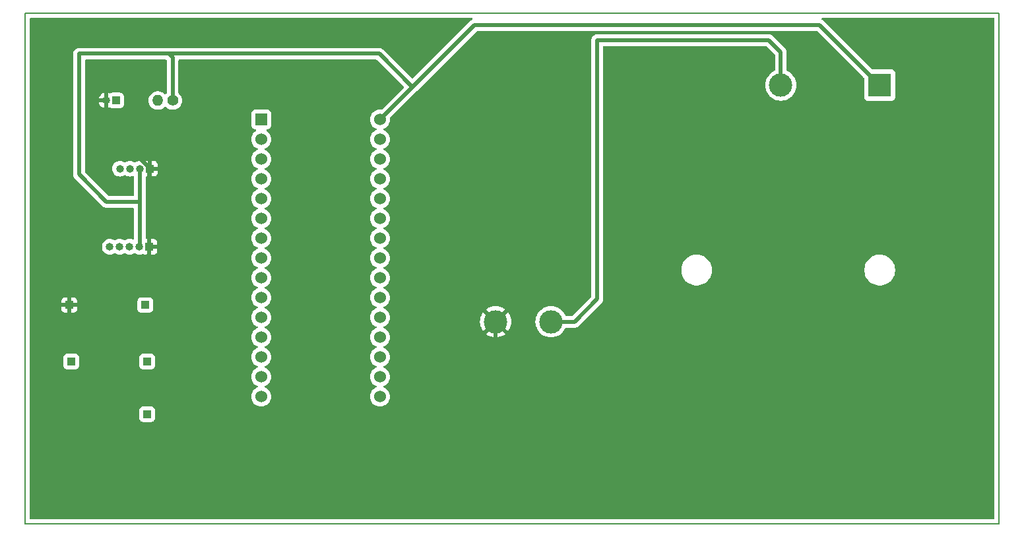
<source format=gbr>
%TF.GenerationSoftware,KiCad,Pcbnew,8.0.7*%
%TF.CreationDate,2024-12-21T06:43:57+05:30*%
%TF.ProjectId,hello,68656c6c-6f2e-46b6-9963-61645f706362,rev?*%
%TF.SameCoordinates,Original*%
%TF.FileFunction,Copper,L1,Top*%
%TF.FilePolarity,Positive*%
%FSLAX46Y46*%
G04 Gerber Fmt 4.6, Leading zero omitted, Abs format (unit mm)*
G04 Created by KiCad (PCBNEW 8.0.7) date 2024-12-21 06:43:57*
%MOMM*%
%LPD*%
G01*
G04 APERTURE LIST*
%TA.AperFunction,NonConductor*%
%ADD10C,0.150000*%
%TD*%
%TA.AperFunction,ComponentPad*%
%ADD11R,1.000000X1.000000*%
%TD*%
%TA.AperFunction,ComponentPad*%
%ADD12O,1.000000X1.000000*%
%TD*%
%TA.AperFunction,ComponentPad*%
%ADD13C,3.000000*%
%TD*%
%TA.AperFunction,ComponentPad*%
%ADD14C,1.524000*%
%TD*%
%TA.AperFunction,ComponentPad*%
%ADD15R,1.524000X1.524000*%
%TD*%
%TA.AperFunction,ComponentPad*%
%ADD16C,1.400000*%
%TD*%
%TA.AperFunction,ComponentPad*%
%ADD17O,1.400000X1.400000*%
%TD*%
%TA.AperFunction,ComponentPad*%
%ADD18R,3.000000X3.000000*%
%TD*%
%TA.AperFunction,Conductor*%
%ADD19C,0.500000*%
%TD*%
G04 APERTURE END LIST*
D10*
X104055500Y-65557500D02*
X229055500Y-65557500D01*
X229055500Y-131057500D01*
X104055500Y-131057500D01*
X104055500Y-65557500D01*
D11*
%TO.P,U2,1,GND*%
%TO.N,GND*%
X120060000Y-85500000D03*
D12*
%TO.P,U2,2,VCC*%
%TO.N,+5V*%
X118790000Y-85500000D03*
%TO.P,U2,3,SCL*%
%TO.N,SCL*%
X117520000Y-85500000D03*
%TO.P,U2,4,SDA*%
%TO.N,SDA*%
X116250000Y-85500000D03*
%TD*%
D11*
%TO.P,R2,1*%
%TO.N,ohmmeter*%
X115750000Y-76750000D03*
D12*
%TO.P,R2,2*%
%TO.N,GND*%
X114480000Y-76750000D03*
%TD*%
D11*
%TO.P,J3,1,Pin_1*%
%TO.N,common*%
X110000000Y-110250000D03*
%TD*%
%TO.P,J5,1,Pin_1*%
%TO.N,GND*%
X109750000Y-103000000D03*
%TD*%
%TO.P,J2,1,Pin_1*%
%TO.N,volt*%
X119750000Y-110250000D03*
%TD*%
D13*
%TO.P,SW1,P,B*%
%TO.N,/switch*%
X171556000Y-105143750D03*
%TO.P,SW1,T,A*%
%TO.N,GND*%
X164444000Y-105143750D03*
%TD*%
D14*
%TO.P,U1,30,VIN*%
%TO.N,+5V*%
X149616000Y-79190000D03*
%TO.P,U1,29,GND*%
%TO.N,unconnected-(U1-GND-Pad29)*%
X149616000Y-81730000D03*
%TO.P,U1,28,RST*%
%TO.N,unconnected-(U1-RST-Pad28)*%
X149616000Y-84270000D03*
%TO.P,U1,27,5V*%
%TO.N,unconnected-(U1-5V-Pad27)*%
X149616000Y-86810000D03*
%TO.P,U1,26,A7*%
%TO.N,unconnected-(U1-A7-Pad26)*%
X149616000Y-89350000D03*
%TO.P,U1,25,A6*%
%TO.N,unconnected-(U1-A6-Pad25)*%
X149616000Y-91890000D03*
%TO.P,U1,24,A5/SCL*%
%TO.N,SCL*%
X149616000Y-94430000D03*
%TO.P,U1,23,A4/SDA*%
%TO.N,SDA*%
X149616000Y-96970000D03*
%TO.P,U1,22,A3*%
%TO.N,unconnected-(U1-A3-Pad22)*%
X149616000Y-99510000D03*
%TO.P,U1,21,A2*%
%TO.N,common*%
X149616000Y-102050000D03*
%TO.P,U1,20,A1*%
%TO.N,ohmmeter*%
X149616000Y-104590000D03*
%TO.P,U1,19,A0*%
%TO.N,volt*%
X149616000Y-107130000D03*
%TO.P,U1,18,REF*%
%TO.N,unconnected-(U1-REF-Pad18)*%
X149616000Y-109670000D03*
%TO.P,U1,17,3V3*%
%TO.N,unconnected-(U1-3V3-Pad17)*%
X149616000Y-112210000D03*
%TO.P,U1,16,D13*%
%TO.N,unconnected-(U1-D13-Pad16)*%
X149616000Y-114750000D03*
%TO.P,U1,15,D12*%
%TO.N,unconnected-(U1-D12-Pad15)*%
X134376000Y-114750000D03*
%TO.P,U1,14,D11*%
%TO.N,unconnected-(U1-D11-Pad14)*%
X134376000Y-112210000D03*
%TO.P,U1,13,D10*%
%TO.N,unconnected-(U1-D10-Pad13)*%
X134376000Y-109670000D03*
%TO.P,U1,12,D9*%
%TO.N,unconnected-(U1-D9-Pad12)*%
X134376000Y-107130000D03*
%TO.P,U1,11,D8*%
%TO.N,unconnected-(U1-D8-Pad11)*%
X134376000Y-104590000D03*
%TO.P,U1,10,D7*%
%TO.N,unconnected-(U1-D7-Pad10)*%
X134376000Y-102050000D03*
%TO.P,U1,9,D6*%
%TO.N,unconnected-(U1-D6-Pad9)*%
X134376000Y-99510000D03*
%TO.P,U1,8,D5*%
%TO.N,DT*%
X134376000Y-96970000D03*
%TO.P,U1,7,D4*%
%TO.N,CLK*%
X134376000Y-94430000D03*
%TO.P,U1,6,D3*%
%TO.N,cont*%
X134376000Y-91890000D03*
%TO.P,U1,5,D2*%
%TO.N,pwm*%
X134376000Y-89350000D03*
%TO.P,U1,4,GND*%
%TO.N,unconnected-(U1-GND-Pad4)*%
X134376000Y-86810000D03*
%TO.P,U1,3,RST*%
%TO.N,unconnected-(U1-RST-Pad3)*%
X134376000Y-84270000D03*
%TO.P,U1,2,D0/RX*%
%TO.N,unconnected-(U1-D0{slash}RX-Pad2)*%
X134376000Y-81730000D03*
D15*
%TO.P,U1,1,D1/TX*%
%TO.N,unconnected-(U1-D1{slash}TX-Pad1)*%
X134376000Y-79190000D03*
%TD*%
D11*
%TO.P,U3,1,GND*%
%TO.N,GND*%
X120025000Y-95525000D03*
D12*
%TO.P,U3,2,VCC*%
%TO.N,+5V*%
X118755000Y-95525000D03*
%TO.P,U3,3,SW*%
%TO.N,unconnected-(U3-SW-Pad3)*%
X117485000Y-95525000D03*
%TO.P,U3,4,DT*%
%TO.N,DT*%
X116215000Y-95525000D03*
%TO.P,U3,5,CLK*%
%TO.N,CLK*%
X114945000Y-95525000D03*
%TD*%
D11*
%TO.P,J4,1,Pin_1*%
%TO.N,cont*%
X119500000Y-103000000D03*
%TD*%
D16*
%TO.P,R1,1*%
%TO.N,+5V*%
X123000000Y-76750000D03*
D17*
%TO.P,R1,2*%
%TO.N,ohmmeter*%
X121100000Y-76750000D03*
%TD*%
D18*
%TO.P,BT1,1,+*%
%TO.N,+5V*%
X213750000Y-74780000D03*
D13*
%TO.P,BT1,2,-*%
%TO.N,/switch*%
X201050000Y-74780000D03*
%TD*%
D11*
%TO.P,J1,1,Pin_1*%
%TO.N,pwm*%
X119750000Y-117000000D03*
%TD*%
D19*
%TO.N,GND*%
X158989950Y-122000000D02*
X164444000Y-116545950D01*
X134500000Y-122000000D02*
X158989950Y-122000000D01*
X131250000Y-118750000D02*
X134500000Y-122000000D01*
X164444000Y-116545950D02*
X164444000Y-105143750D01*
X120025000Y-90000000D02*
X131250000Y-101225000D01*
X131250000Y-101225000D02*
X131250000Y-118750000D01*
%TO.N,+5V*%
X123000000Y-71250000D02*
X122500000Y-70750000D01*
X123000000Y-76750000D02*
X123000000Y-71250000D01*
X122500000Y-70750000D02*
X149500000Y-70750000D01*
X115750000Y-70750000D02*
X122500000Y-70750000D01*
%TO.N,GND*%
X120060000Y-85426497D02*
X120060000Y-85500000D01*
X114480000Y-76750000D02*
X114480000Y-79846497D01*
X114480000Y-79846497D02*
X120060000Y-85426497D01*
%TO.N,+5V*%
X111000000Y-70750000D02*
X115750000Y-70750000D01*
%TO.N,GND*%
X120025000Y-90000000D02*
X120025000Y-85535000D01*
X120025000Y-95525000D02*
X120025000Y-90000000D01*
%TO.N,+5V*%
X149500000Y-70750000D02*
X153778000Y-75028000D01*
X153778000Y-75028000D02*
X149616000Y-79190000D01*
X114500000Y-89750000D02*
X111000000Y-86250000D01*
X118790000Y-89750000D02*
X118790000Y-95490000D01*
X111000000Y-86250000D02*
X111000000Y-70750000D01*
X118790000Y-89750000D02*
X114500000Y-89750000D01*
X118790000Y-85500000D02*
X118790000Y-89750000D01*
X161756000Y-67050000D02*
X153778000Y-75028000D01*
%TO.N,GND*%
X120025000Y-96525000D02*
X120025000Y-95525000D01*
X113550000Y-103000000D02*
X120025000Y-96525000D01*
X109750000Y-103000000D02*
X113550000Y-103000000D01*
X120025000Y-85535000D02*
X120060000Y-85500000D01*
%TO.N,+5V*%
X118790000Y-95490000D02*
X118755000Y-95525000D01*
%TO.N,/switch*%
X174606250Y-105143750D02*
X171556000Y-105143750D01*
X177500000Y-102250000D02*
X174606250Y-105143750D01*
X177500000Y-69000000D02*
X177500000Y-102250000D01*
X199500000Y-69000000D02*
X177500000Y-69000000D01*
X201050000Y-74780000D02*
X201050000Y-70550000D01*
X201050000Y-70550000D02*
X199500000Y-69000000D01*
%TO.N,+5V*%
X213750000Y-74780000D02*
X206020000Y-67050000D01*
X206020000Y-67050000D02*
X161756000Y-67050000D01*
%TD*%
%TA.AperFunction,Conductor*%
%TO.N,GND*%
G36*
X161452333Y-66152685D02*
G01*
X161498088Y-66205489D01*
X161508032Y-66274647D01*
X161479007Y-66338203D01*
X161432747Y-66371561D01*
X161400509Y-66384914D01*
X161400496Y-66384921D01*
X161351269Y-66417813D01*
X161277588Y-66467044D01*
X161277580Y-66467050D01*
X153865680Y-73878950D01*
X153804357Y-73912435D01*
X153734665Y-73907451D01*
X153690318Y-73878950D01*
X149978421Y-70167052D01*
X149978414Y-70167046D01*
X149904729Y-70117812D01*
X149904729Y-70117813D01*
X149855491Y-70084913D01*
X149718917Y-70028343D01*
X149718907Y-70028340D01*
X149573920Y-69999500D01*
X149573918Y-69999500D01*
X122573918Y-69999500D01*
X115823918Y-69999500D01*
X111073918Y-69999500D01*
X110926082Y-69999500D01*
X110926080Y-69999500D01*
X110781092Y-70028340D01*
X110781082Y-70028343D01*
X110644511Y-70084912D01*
X110644498Y-70084919D01*
X110521584Y-70167048D01*
X110521580Y-70167051D01*
X110417051Y-70271580D01*
X110417048Y-70271584D01*
X110334919Y-70394498D01*
X110334912Y-70394511D01*
X110278343Y-70531082D01*
X110278340Y-70531092D01*
X110249500Y-70676079D01*
X110249500Y-70676082D01*
X110249500Y-86323918D01*
X110249500Y-86323920D01*
X110249499Y-86323920D01*
X110278340Y-86468907D01*
X110278343Y-86468917D01*
X110334914Y-86605492D01*
X110367812Y-86654727D01*
X110367813Y-86654730D01*
X110417046Y-86728414D01*
X110417052Y-86728421D01*
X113258695Y-89570062D01*
X113917048Y-90228415D01*
X113917049Y-90228416D01*
X114009457Y-90320824D01*
X114021585Y-90332952D01*
X114144498Y-90415080D01*
X114144511Y-90415087D01*
X114281082Y-90471656D01*
X114281087Y-90471658D01*
X114281091Y-90471658D01*
X114281092Y-90471659D01*
X114426079Y-90500500D01*
X114426082Y-90500500D01*
X117915500Y-90500500D01*
X117982539Y-90520185D01*
X118028294Y-90572989D01*
X118039500Y-90624500D01*
X118039500Y-94480929D01*
X118019815Y-94547968D01*
X117967011Y-94593723D01*
X117897853Y-94603667D01*
X117875669Y-94597581D01*
X117875556Y-94597955D01*
X117869730Y-94596187D01*
X117869727Y-94596186D01*
X117681132Y-94538976D01*
X117681129Y-94538975D01*
X117485000Y-94519659D01*
X117288870Y-94538975D01*
X117100266Y-94596188D01*
X116926467Y-94689086D01*
X116921399Y-94692473D01*
X116920305Y-94690836D01*
X116864337Y-94714596D01*
X116795471Y-94702795D01*
X116778843Y-94692109D01*
X116778601Y-94692473D01*
X116773532Y-94689086D01*
X116599733Y-94596188D01*
X116599727Y-94596186D01*
X116473997Y-94558046D01*
X116411129Y-94538975D01*
X116215000Y-94519659D01*
X116018870Y-94538975D01*
X115830266Y-94596188D01*
X115656467Y-94689086D01*
X115651399Y-94692473D01*
X115650305Y-94690836D01*
X115594337Y-94714596D01*
X115525471Y-94702795D01*
X115508843Y-94692109D01*
X115508601Y-94692473D01*
X115503532Y-94689086D01*
X115329733Y-94596188D01*
X115329727Y-94596186D01*
X115203997Y-94558046D01*
X115141129Y-94538975D01*
X114945000Y-94519659D01*
X114748870Y-94538975D01*
X114560266Y-94596188D01*
X114386467Y-94689086D01*
X114386460Y-94689090D01*
X114234116Y-94814116D01*
X114109090Y-94966460D01*
X114109086Y-94966467D01*
X114016188Y-95140266D01*
X113958975Y-95328870D01*
X113939659Y-95525000D01*
X113958975Y-95721129D01*
X114016188Y-95909733D01*
X114109086Y-96083532D01*
X114109090Y-96083539D01*
X114234116Y-96235883D01*
X114386460Y-96360909D01*
X114386467Y-96360913D01*
X114560266Y-96453811D01*
X114560269Y-96453811D01*
X114560273Y-96453814D01*
X114748868Y-96511024D01*
X114945000Y-96530341D01*
X115141132Y-96511024D01*
X115329727Y-96453814D01*
X115503538Y-96360910D01*
X115503544Y-96360904D01*
X115508607Y-96357523D01*
X115509703Y-96359164D01*
X115565639Y-96335405D01*
X115634507Y-96347194D01*
X115651148Y-96357888D01*
X115651393Y-96357523D01*
X115656458Y-96360907D01*
X115656462Y-96360910D01*
X115801013Y-96438174D01*
X115826439Y-96451765D01*
X115830273Y-96453814D01*
X116018868Y-96511024D01*
X116215000Y-96530341D01*
X116411132Y-96511024D01*
X116599727Y-96453814D01*
X116773538Y-96360910D01*
X116773544Y-96360904D01*
X116778607Y-96357523D01*
X116779703Y-96359164D01*
X116835639Y-96335405D01*
X116904507Y-96347194D01*
X116921148Y-96357888D01*
X116921393Y-96357523D01*
X116926458Y-96360907D01*
X116926462Y-96360910D01*
X117071013Y-96438174D01*
X117096439Y-96451765D01*
X117100273Y-96453814D01*
X117288868Y-96511024D01*
X117485000Y-96530341D01*
X117681132Y-96511024D01*
X117869727Y-96453814D01*
X118043538Y-96360910D01*
X118043544Y-96360904D01*
X118048607Y-96357523D01*
X118049703Y-96359164D01*
X118105639Y-96335405D01*
X118174507Y-96347194D01*
X118191148Y-96357888D01*
X118191393Y-96357523D01*
X118196458Y-96360907D01*
X118196462Y-96360910D01*
X118341013Y-96438174D01*
X118366439Y-96451765D01*
X118370273Y-96453814D01*
X118558868Y-96511024D01*
X118755000Y-96530341D01*
X118951132Y-96511024D01*
X119139727Y-96453814D01*
X119142338Y-96452418D01*
X119143864Y-96452100D01*
X119145355Y-96451483D01*
X119145472Y-96451765D01*
X119210737Y-96438174D01*
X119275106Y-96462510D01*
X119282908Y-96468351D01*
X119417623Y-96518597D01*
X119417627Y-96518598D01*
X119477155Y-96524999D01*
X119477172Y-96525000D01*
X119775000Y-96525000D01*
X120275000Y-96525000D01*
X120572828Y-96525000D01*
X120572844Y-96524999D01*
X120632372Y-96518598D01*
X120632379Y-96518596D01*
X120767086Y-96468354D01*
X120767093Y-96468350D01*
X120882187Y-96382190D01*
X120882190Y-96382187D01*
X120968350Y-96267093D01*
X120968354Y-96267086D01*
X121018596Y-96132379D01*
X121018598Y-96132372D01*
X121024999Y-96072844D01*
X121025000Y-96072827D01*
X121025000Y-95775000D01*
X120275000Y-95775000D01*
X120275000Y-96525000D01*
X119775000Y-96525000D01*
X119775000Y-95769975D01*
X119810095Y-95805070D01*
X119889905Y-95851148D01*
X119978922Y-95875000D01*
X120071078Y-95875000D01*
X120160095Y-95851148D01*
X120239905Y-95805070D01*
X120305070Y-95739905D01*
X120351148Y-95660095D01*
X120375000Y-95571078D01*
X120375000Y-95478922D01*
X120351148Y-95389905D01*
X120305070Y-95310095D01*
X120269975Y-95275000D01*
X120275000Y-95275000D01*
X121025000Y-95275000D01*
X121025000Y-94977172D01*
X121024999Y-94977155D01*
X121018598Y-94917627D01*
X121018596Y-94917620D01*
X120968354Y-94782913D01*
X120968350Y-94782906D01*
X120882190Y-94667812D01*
X120882187Y-94667809D01*
X120767093Y-94581649D01*
X120767086Y-94581645D01*
X120632379Y-94531403D01*
X120632372Y-94531401D01*
X120572844Y-94525000D01*
X120275000Y-94525000D01*
X120275000Y-95275000D01*
X120269975Y-95275000D01*
X120239905Y-95244930D01*
X120160095Y-95198852D01*
X120071078Y-95175000D01*
X119978922Y-95175000D01*
X119889905Y-95198852D01*
X119810095Y-95244930D01*
X119775000Y-95280025D01*
X119775000Y-94525000D01*
X119664500Y-94525000D01*
X119597461Y-94505315D01*
X119551706Y-94452511D01*
X119540500Y-94401000D01*
X119540500Y-86624000D01*
X119560185Y-86556961D01*
X119612989Y-86511206D01*
X119664500Y-86500000D01*
X119810000Y-86500000D01*
X120310000Y-86500000D01*
X120607828Y-86500000D01*
X120607844Y-86499999D01*
X120667372Y-86493598D01*
X120667379Y-86493596D01*
X120802086Y-86443354D01*
X120802093Y-86443350D01*
X120917187Y-86357190D01*
X120917190Y-86357187D01*
X121003350Y-86242093D01*
X121003354Y-86242086D01*
X121053596Y-86107379D01*
X121053598Y-86107372D01*
X121059999Y-86047844D01*
X121060000Y-86047827D01*
X121060000Y-85750000D01*
X120310000Y-85750000D01*
X120310000Y-86500000D01*
X119810000Y-86500000D01*
X119810000Y-85744975D01*
X119845095Y-85780070D01*
X119924905Y-85826148D01*
X120013922Y-85850000D01*
X120106078Y-85850000D01*
X120195095Y-85826148D01*
X120274905Y-85780070D01*
X120340070Y-85714905D01*
X120386148Y-85635095D01*
X120410000Y-85546078D01*
X120410000Y-85453922D01*
X120386148Y-85364905D01*
X120340070Y-85285095D01*
X120304975Y-85250000D01*
X120310000Y-85250000D01*
X121060000Y-85250000D01*
X121060000Y-84952172D01*
X121059999Y-84952155D01*
X121053598Y-84892627D01*
X121053596Y-84892620D01*
X121003354Y-84757913D01*
X121003350Y-84757906D01*
X120917190Y-84642812D01*
X120917187Y-84642809D01*
X120802093Y-84556649D01*
X120802086Y-84556645D01*
X120667379Y-84506403D01*
X120667372Y-84506401D01*
X120607844Y-84500000D01*
X120310000Y-84500000D01*
X120310000Y-85250000D01*
X120304975Y-85250000D01*
X120274905Y-85219930D01*
X120195095Y-85173852D01*
X120106078Y-85150000D01*
X120013922Y-85150000D01*
X119924905Y-85173852D01*
X119845095Y-85219930D01*
X119810000Y-85255025D01*
X119810000Y-84500000D01*
X119512155Y-84500000D01*
X119452627Y-84506401D01*
X119452620Y-84506403D01*
X119317913Y-84556645D01*
X119317907Y-84556648D01*
X119310102Y-84562492D01*
X119244638Y-84586908D01*
X119180470Y-84573249D01*
X119180359Y-84573518D01*
X119178905Y-84572916D01*
X119177341Y-84572583D01*
X119174731Y-84571188D01*
X119174730Y-84571187D01*
X119174727Y-84571186D01*
X118986132Y-84513976D01*
X118986129Y-84513975D01*
X118790000Y-84494659D01*
X118593870Y-84513975D01*
X118405266Y-84571188D01*
X118231467Y-84664086D01*
X118226399Y-84667473D01*
X118225305Y-84665836D01*
X118169337Y-84689596D01*
X118100471Y-84677795D01*
X118083843Y-84667109D01*
X118083601Y-84667473D01*
X118078532Y-84664086D01*
X117904733Y-84571188D01*
X117904727Y-84571186D01*
X117716132Y-84513976D01*
X117716129Y-84513975D01*
X117520000Y-84494659D01*
X117323870Y-84513975D01*
X117135266Y-84571188D01*
X116961467Y-84664086D01*
X116956399Y-84667473D01*
X116955305Y-84665836D01*
X116899337Y-84689596D01*
X116830471Y-84677795D01*
X116813843Y-84667109D01*
X116813601Y-84667473D01*
X116808532Y-84664086D01*
X116634733Y-84571188D01*
X116634727Y-84571186D01*
X116446132Y-84513976D01*
X116446129Y-84513975D01*
X116250000Y-84494659D01*
X116053870Y-84513975D01*
X115865266Y-84571188D01*
X115691467Y-84664086D01*
X115691460Y-84664090D01*
X115539116Y-84789116D01*
X115414090Y-84941460D01*
X115414086Y-84941467D01*
X115321188Y-85115266D01*
X115263975Y-85303870D01*
X115244659Y-85500000D01*
X115263975Y-85696129D01*
X115321188Y-85884733D01*
X115414086Y-86058532D01*
X115414090Y-86058539D01*
X115539116Y-86210883D01*
X115691460Y-86335909D01*
X115691467Y-86335913D01*
X115865266Y-86428811D01*
X115865269Y-86428811D01*
X115865273Y-86428814D01*
X116053868Y-86486024D01*
X116250000Y-86505341D01*
X116446132Y-86486024D01*
X116634727Y-86428814D01*
X116808538Y-86335910D01*
X116808544Y-86335904D01*
X116813607Y-86332523D01*
X116814703Y-86334164D01*
X116870639Y-86310405D01*
X116939507Y-86322194D01*
X116956148Y-86332888D01*
X116956393Y-86332523D01*
X116961458Y-86335907D01*
X116961462Y-86335910D01*
X117135273Y-86428814D01*
X117323868Y-86486024D01*
X117520000Y-86505341D01*
X117716132Y-86486024D01*
X117879505Y-86436464D01*
X117949371Y-86435841D01*
X118008484Y-86473089D01*
X118038075Y-86536382D01*
X118039500Y-86555125D01*
X118039500Y-88875500D01*
X118019815Y-88942539D01*
X117967011Y-88988294D01*
X117915500Y-88999500D01*
X114862229Y-88999500D01*
X114795190Y-88979815D01*
X114774548Y-88963181D01*
X111786819Y-85975451D01*
X111753334Y-85914128D01*
X111750500Y-85887770D01*
X111750500Y-81729997D01*
X133108677Y-81729997D01*
X133108677Y-81730002D01*
X133127929Y-81950062D01*
X133127930Y-81950070D01*
X133185104Y-82163445D01*
X133185105Y-82163447D01*
X133185106Y-82163450D01*
X133278466Y-82363662D01*
X133278468Y-82363666D01*
X133405170Y-82544615D01*
X133405175Y-82544621D01*
X133561378Y-82700824D01*
X133561384Y-82700829D01*
X133742333Y-82827531D01*
X133742335Y-82827532D01*
X133742338Y-82827534D01*
X133861748Y-82883215D01*
X133871189Y-82887618D01*
X133923628Y-82933790D01*
X133942780Y-83000984D01*
X133922564Y-83067865D01*
X133871189Y-83112382D01*
X133742340Y-83172465D01*
X133742338Y-83172466D01*
X133561377Y-83299175D01*
X133405175Y-83455377D01*
X133278466Y-83636338D01*
X133278465Y-83636340D01*
X133185107Y-83836548D01*
X133185104Y-83836554D01*
X133127930Y-84049929D01*
X133127929Y-84049937D01*
X133108677Y-84269997D01*
X133108677Y-84270002D01*
X133127929Y-84490062D01*
X133127930Y-84490070D01*
X133185104Y-84703445D01*
X133185105Y-84703447D01*
X133185106Y-84703450D01*
X133225053Y-84789116D01*
X133278466Y-84903662D01*
X133278468Y-84903666D01*
X133405170Y-85084615D01*
X133405175Y-85084621D01*
X133561378Y-85240824D01*
X133561384Y-85240829D01*
X133742333Y-85367531D01*
X133742335Y-85367532D01*
X133742338Y-85367534D01*
X133861748Y-85423215D01*
X133871189Y-85427618D01*
X133923628Y-85473790D01*
X133942780Y-85540984D01*
X133922564Y-85607865D01*
X133871189Y-85652382D01*
X133742340Y-85712465D01*
X133742338Y-85712466D01*
X133561377Y-85839175D01*
X133405175Y-85995377D01*
X133278466Y-86176338D01*
X133278465Y-86176340D01*
X133185107Y-86376548D01*
X133185104Y-86376554D01*
X133127930Y-86589929D01*
X133127929Y-86589937D01*
X133108677Y-86809997D01*
X133108677Y-86810002D01*
X133127929Y-87030062D01*
X133127930Y-87030070D01*
X133185104Y-87243445D01*
X133185105Y-87243447D01*
X133185106Y-87243450D01*
X133278466Y-87443662D01*
X133278468Y-87443666D01*
X133405170Y-87624615D01*
X133405175Y-87624621D01*
X133561378Y-87780824D01*
X133561384Y-87780829D01*
X133742333Y-87907531D01*
X133742335Y-87907532D01*
X133742338Y-87907534D01*
X133861748Y-87963215D01*
X133871189Y-87967618D01*
X133923628Y-88013790D01*
X133942780Y-88080984D01*
X133922564Y-88147865D01*
X133871189Y-88192382D01*
X133742340Y-88252465D01*
X133742338Y-88252466D01*
X133561377Y-88379175D01*
X133405175Y-88535377D01*
X133278466Y-88716338D01*
X133278465Y-88716340D01*
X133185107Y-88916548D01*
X133185104Y-88916554D01*
X133127930Y-89129929D01*
X133127929Y-89129937D01*
X133108677Y-89349997D01*
X133108677Y-89350002D01*
X133127929Y-89570062D01*
X133127930Y-89570070D01*
X133185104Y-89783445D01*
X133185105Y-89783447D01*
X133185106Y-89783450D01*
X133278466Y-89983662D01*
X133278468Y-89983666D01*
X133405170Y-90164615D01*
X133405175Y-90164621D01*
X133561378Y-90320824D01*
X133561384Y-90320829D01*
X133742333Y-90447531D01*
X133742335Y-90447532D01*
X133742338Y-90447534D01*
X133855924Y-90500500D01*
X133871189Y-90507618D01*
X133923628Y-90553790D01*
X133942780Y-90620984D01*
X133922564Y-90687865D01*
X133871189Y-90732382D01*
X133742340Y-90792465D01*
X133742338Y-90792466D01*
X133561377Y-90919175D01*
X133405175Y-91075377D01*
X133278466Y-91256338D01*
X133278465Y-91256340D01*
X133185107Y-91456548D01*
X133185104Y-91456554D01*
X133127930Y-91669929D01*
X133127929Y-91669937D01*
X133108677Y-91889997D01*
X133108677Y-91890002D01*
X133127929Y-92110062D01*
X133127930Y-92110070D01*
X133185104Y-92323445D01*
X133185105Y-92323447D01*
X133185106Y-92323450D01*
X133278466Y-92523662D01*
X133278468Y-92523666D01*
X133405170Y-92704615D01*
X133405175Y-92704621D01*
X133561378Y-92860824D01*
X133561384Y-92860829D01*
X133742333Y-92987531D01*
X133742335Y-92987532D01*
X133742338Y-92987534D01*
X133861748Y-93043215D01*
X133871189Y-93047618D01*
X133923628Y-93093790D01*
X133942780Y-93160984D01*
X133922564Y-93227865D01*
X133871189Y-93272382D01*
X133742340Y-93332465D01*
X133742338Y-93332466D01*
X133561377Y-93459175D01*
X133405175Y-93615377D01*
X133278466Y-93796338D01*
X133278465Y-93796340D01*
X133185107Y-93996548D01*
X133185104Y-93996554D01*
X133127930Y-94209929D01*
X133127929Y-94209937D01*
X133108677Y-94429997D01*
X133108677Y-94430002D01*
X133127929Y-94650062D01*
X133127930Y-94650070D01*
X133185104Y-94863445D01*
X133185105Y-94863447D01*
X133185106Y-94863450D01*
X133238135Y-94977172D01*
X133278466Y-95063662D01*
X133278468Y-95063666D01*
X133405170Y-95244615D01*
X133405175Y-95244621D01*
X133561378Y-95400824D01*
X133561384Y-95400829D01*
X133742333Y-95527531D01*
X133742335Y-95527532D01*
X133742338Y-95527534D01*
X133835719Y-95571078D01*
X133871189Y-95587618D01*
X133923628Y-95633790D01*
X133942780Y-95700984D01*
X133922564Y-95767865D01*
X133871189Y-95812382D01*
X133742340Y-95872465D01*
X133742338Y-95872466D01*
X133561377Y-95999175D01*
X133405175Y-96155377D01*
X133278466Y-96336338D01*
X133278465Y-96336340D01*
X133185107Y-96536548D01*
X133185104Y-96536554D01*
X133127930Y-96749929D01*
X133127929Y-96749937D01*
X133108677Y-96969997D01*
X133108677Y-96970002D01*
X133127929Y-97190062D01*
X133127930Y-97190070D01*
X133185104Y-97403445D01*
X133185105Y-97403447D01*
X133185106Y-97403450D01*
X133278466Y-97603662D01*
X133278468Y-97603666D01*
X133405170Y-97784615D01*
X133405175Y-97784621D01*
X133561378Y-97940824D01*
X133561384Y-97940829D01*
X133742333Y-98067531D01*
X133742335Y-98067532D01*
X133742338Y-98067534D01*
X133841490Y-98113769D01*
X133871189Y-98127618D01*
X133923628Y-98173790D01*
X133942780Y-98240984D01*
X133922564Y-98307865D01*
X133871189Y-98352382D01*
X133742340Y-98412465D01*
X133742338Y-98412466D01*
X133561377Y-98539175D01*
X133405175Y-98695377D01*
X133278466Y-98876338D01*
X133278465Y-98876340D01*
X133185107Y-99076548D01*
X133185104Y-99076554D01*
X133127930Y-99289929D01*
X133127929Y-99289937D01*
X133108677Y-99509997D01*
X133108677Y-99510002D01*
X133127929Y-99730062D01*
X133127930Y-99730070D01*
X133185104Y-99943445D01*
X133185105Y-99943447D01*
X133185106Y-99943450D01*
X133206089Y-99988448D01*
X133278466Y-100143662D01*
X133278468Y-100143666D01*
X133405170Y-100324615D01*
X133405175Y-100324621D01*
X133561378Y-100480824D01*
X133561384Y-100480829D01*
X133742333Y-100607531D01*
X133742335Y-100607532D01*
X133742338Y-100607534D01*
X133846075Y-100655907D01*
X133871189Y-100667618D01*
X133923628Y-100713790D01*
X133942780Y-100780984D01*
X133922564Y-100847865D01*
X133871189Y-100892382D01*
X133742340Y-100952465D01*
X133742338Y-100952466D01*
X133561377Y-101079175D01*
X133405175Y-101235377D01*
X133278466Y-101416338D01*
X133278465Y-101416340D01*
X133185107Y-101616548D01*
X133185104Y-101616554D01*
X133127930Y-101829929D01*
X133127929Y-101829937D01*
X133108677Y-102049997D01*
X133108677Y-102050002D01*
X133127929Y-102270062D01*
X133127930Y-102270070D01*
X133185104Y-102483445D01*
X133185105Y-102483447D01*
X133185106Y-102483450D01*
X133242013Y-102605488D01*
X133278466Y-102683662D01*
X133278468Y-102683666D01*
X133405170Y-102864615D01*
X133405175Y-102864621D01*
X133561378Y-103020824D01*
X133561384Y-103020829D01*
X133742333Y-103147531D01*
X133742335Y-103147532D01*
X133742338Y-103147534D01*
X133861748Y-103203215D01*
X133871189Y-103207618D01*
X133923628Y-103253790D01*
X133942780Y-103320984D01*
X133922564Y-103387865D01*
X133871189Y-103432382D01*
X133742340Y-103492465D01*
X133742338Y-103492466D01*
X133561377Y-103619175D01*
X133405175Y-103775377D01*
X133278466Y-103956338D01*
X133278465Y-103956340D01*
X133185107Y-104156548D01*
X133185104Y-104156554D01*
X133127930Y-104369929D01*
X133127929Y-104369937D01*
X133108677Y-104589997D01*
X133108677Y-104590002D01*
X133127929Y-104810062D01*
X133127930Y-104810070D01*
X133185104Y-105023445D01*
X133185105Y-105023447D01*
X133185106Y-105023450D01*
X133195276Y-105045259D01*
X133278466Y-105223662D01*
X133278468Y-105223666D01*
X133405170Y-105404615D01*
X133405175Y-105404621D01*
X133561378Y-105560824D01*
X133561384Y-105560829D01*
X133742333Y-105687531D01*
X133742335Y-105687532D01*
X133742338Y-105687534D01*
X133826339Y-105726704D01*
X133871189Y-105747618D01*
X133923628Y-105793790D01*
X133942780Y-105860984D01*
X133922564Y-105927865D01*
X133871189Y-105972382D01*
X133742340Y-106032465D01*
X133742338Y-106032466D01*
X133561377Y-106159175D01*
X133405175Y-106315377D01*
X133278466Y-106496338D01*
X133278465Y-106496340D01*
X133185107Y-106696548D01*
X133185104Y-106696554D01*
X133127930Y-106909929D01*
X133127929Y-106909937D01*
X133108677Y-107129997D01*
X133108677Y-107130002D01*
X133127929Y-107350062D01*
X133127930Y-107350070D01*
X133185104Y-107563445D01*
X133185105Y-107563447D01*
X133185106Y-107563450D01*
X133278466Y-107763662D01*
X133278468Y-107763666D01*
X133405170Y-107944615D01*
X133405175Y-107944621D01*
X133561378Y-108100824D01*
X133561384Y-108100829D01*
X133742333Y-108227531D01*
X133742335Y-108227532D01*
X133742338Y-108227534D01*
X133861748Y-108283215D01*
X133871189Y-108287618D01*
X133923628Y-108333790D01*
X133942780Y-108400984D01*
X133922564Y-108467865D01*
X133871189Y-108512382D01*
X133742340Y-108572465D01*
X133742338Y-108572466D01*
X133561377Y-108699175D01*
X133405175Y-108855377D01*
X133278466Y-109036338D01*
X133278465Y-109036340D01*
X133185107Y-109236548D01*
X133185104Y-109236554D01*
X133127930Y-109449929D01*
X133127929Y-109449937D01*
X133108677Y-109669997D01*
X133108677Y-109670002D01*
X133127929Y-109890062D01*
X133127930Y-109890070D01*
X133185104Y-110103445D01*
X133185105Y-110103447D01*
X133185106Y-110103450D01*
X133278466Y-110303662D01*
X133278468Y-110303666D01*
X133405170Y-110484615D01*
X133405175Y-110484621D01*
X133561378Y-110640824D01*
X133561384Y-110640829D01*
X133742333Y-110767531D01*
X133742335Y-110767532D01*
X133742338Y-110767534D01*
X133807407Y-110797876D01*
X133871189Y-110827618D01*
X133923628Y-110873790D01*
X133942780Y-110940984D01*
X133922564Y-111007865D01*
X133871189Y-111052382D01*
X133742340Y-111112465D01*
X133742338Y-111112466D01*
X133561377Y-111239175D01*
X133405175Y-111395377D01*
X133278466Y-111576338D01*
X133278465Y-111576340D01*
X133185107Y-111776548D01*
X133185104Y-111776554D01*
X133127930Y-111989929D01*
X133127929Y-111989937D01*
X133108677Y-112209997D01*
X133108677Y-112210002D01*
X133127929Y-112430062D01*
X133127930Y-112430070D01*
X133185104Y-112643445D01*
X133185105Y-112643447D01*
X133185106Y-112643450D01*
X133278466Y-112843662D01*
X133278468Y-112843666D01*
X133405170Y-113024615D01*
X133405175Y-113024621D01*
X133561378Y-113180824D01*
X133561384Y-113180829D01*
X133742333Y-113307531D01*
X133742335Y-113307532D01*
X133742338Y-113307534D01*
X133861748Y-113363215D01*
X133871189Y-113367618D01*
X133923628Y-113413790D01*
X133942780Y-113480984D01*
X133922564Y-113547865D01*
X133871189Y-113592382D01*
X133742340Y-113652465D01*
X133742338Y-113652466D01*
X133561377Y-113779175D01*
X133405175Y-113935377D01*
X133278466Y-114116338D01*
X133278465Y-114116340D01*
X133185107Y-114316548D01*
X133185104Y-114316554D01*
X133127930Y-114529929D01*
X133127929Y-114529937D01*
X133108677Y-114749997D01*
X133108677Y-114750002D01*
X133127929Y-114970062D01*
X133127930Y-114970070D01*
X133185104Y-115183445D01*
X133185105Y-115183447D01*
X133185106Y-115183450D01*
X133278466Y-115383662D01*
X133278468Y-115383666D01*
X133405170Y-115564615D01*
X133405175Y-115564621D01*
X133561378Y-115720824D01*
X133561384Y-115720829D01*
X133742333Y-115847531D01*
X133742335Y-115847532D01*
X133742338Y-115847534D01*
X133942550Y-115940894D01*
X134155932Y-115998070D01*
X134313123Y-116011822D01*
X134375998Y-116017323D01*
X134376000Y-116017323D01*
X134376002Y-116017323D01*
X134431017Y-116012509D01*
X134596068Y-115998070D01*
X134809450Y-115940894D01*
X135009662Y-115847534D01*
X135190620Y-115720826D01*
X135346826Y-115564620D01*
X135473534Y-115383662D01*
X135566894Y-115183450D01*
X135624070Y-114970068D01*
X135643323Y-114750000D01*
X135624070Y-114529932D01*
X135566894Y-114316550D01*
X135473534Y-114116339D01*
X135346826Y-113935380D01*
X135190620Y-113779174D01*
X135190616Y-113779171D01*
X135190615Y-113779170D01*
X135009666Y-113652468D01*
X135009658Y-113652464D01*
X134880811Y-113592382D01*
X134828371Y-113546210D01*
X134809219Y-113479017D01*
X134829435Y-113412135D01*
X134880811Y-113367618D01*
X134886802Y-113364824D01*
X135009662Y-113307534D01*
X135190620Y-113180826D01*
X135346826Y-113024620D01*
X135473534Y-112843662D01*
X135566894Y-112643450D01*
X135624070Y-112430068D01*
X135643323Y-112210000D01*
X135624070Y-111989932D01*
X135566894Y-111776550D01*
X135473534Y-111576339D01*
X135346826Y-111395380D01*
X135190620Y-111239174D01*
X135190616Y-111239171D01*
X135190615Y-111239170D01*
X135009666Y-111112468D01*
X135009658Y-111112464D01*
X134880811Y-111052382D01*
X134828371Y-111006210D01*
X134809219Y-110939017D01*
X134829435Y-110872135D01*
X134880811Y-110827618D01*
X134886802Y-110824824D01*
X135009662Y-110767534D01*
X135190620Y-110640826D01*
X135346826Y-110484620D01*
X135473534Y-110303662D01*
X135566894Y-110103450D01*
X135624070Y-109890068D01*
X135643323Y-109670000D01*
X135624070Y-109449932D01*
X135566894Y-109236550D01*
X135473534Y-109036339D01*
X135346826Y-108855380D01*
X135190620Y-108699174D01*
X135190616Y-108699171D01*
X135190615Y-108699170D01*
X135009666Y-108572468D01*
X135009658Y-108572464D01*
X134880811Y-108512382D01*
X134828371Y-108466210D01*
X134809219Y-108399017D01*
X134829435Y-108332135D01*
X134880811Y-108287618D01*
X134886802Y-108284824D01*
X135009662Y-108227534D01*
X135190620Y-108100826D01*
X135346826Y-107944620D01*
X135473534Y-107763662D01*
X135566894Y-107563450D01*
X135624070Y-107350068D01*
X135643323Y-107130000D01*
X135643187Y-107128449D01*
X135624070Y-106909937D01*
X135624070Y-106909932D01*
X135566894Y-106696550D01*
X135473534Y-106496339D01*
X135346826Y-106315380D01*
X135190620Y-106159174D01*
X135190616Y-106159171D01*
X135190615Y-106159170D01*
X135009666Y-106032468D01*
X135009658Y-106032464D01*
X134880811Y-105972382D01*
X134828371Y-105926210D01*
X134809219Y-105859017D01*
X134829435Y-105792135D01*
X134880811Y-105747618D01*
X134925661Y-105726704D01*
X135009662Y-105687534D01*
X135190620Y-105560826D01*
X135346826Y-105404620D01*
X135473534Y-105223662D01*
X135566894Y-105023450D01*
X135624070Y-104810068D01*
X135643323Y-104590000D01*
X135642335Y-104578712D01*
X135625862Y-104390416D01*
X135624070Y-104369932D01*
X135566894Y-104156550D01*
X135473534Y-103956339D01*
X135404110Y-103857190D01*
X135346827Y-103775381D01*
X135313532Y-103742086D01*
X135190620Y-103619174D01*
X135190616Y-103619171D01*
X135190615Y-103619170D01*
X135009666Y-103492468D01*
X135009658Y-103492464D01*
X134880811Y-103432382D01*
X134828371Y-103386210D01*
X134809219Y-103319017D01*
X134829435Y-103252135D01*
X134880811Y-103207618D01*
X134886802Y-103204824D01*
X135009662Y-103147534D01*
X135190620Y-103020826D01*
X135346826Y-102864620D01*
X135473534Y-102683662D01*
X135566894Y-102483450D01*
X135624070Y-102270068D01*
X135642780Y-102056204D01*
X135643323Y-102050002D01*
X135643323Y-102049997D01*
X135634995Y-101954809D01*
X135624070Y-101829932D01*
X135566894Y-101616550D01*
X135473534Y-101416339D01*
X135346826Y-101235380D01*
X135190620Y-101079174D01*
X135190616Y-101079171D01*
X135190615Y-101079170D01*
X135009666Y-100952468D01*
X135009658Y-100952464D01*
X134880811Y-100892382D01*
X134828371Y-100846210D01*
X134809219Y-100779017D01*
X134829435Y-100712135D01*
X134880811Y-100667618D01*
X134905925Y-100655907D01*
X135009662Y-100607534D01*
X135190620Y-100480826D01*
X135346826Y-100324620D01*
X135473534Y-100143662D01*
X135566894Y-99943450D01*
X135624070Y-99730068D01*
X135643323Y-99510000D01*
X135624070Y-99289932D01*
X135566894Y-99076550D01*
X135473534Y-98876339D01*
X135346826Y-98695380D01*
X135190620Y-98539174D01*
X135190616Y-98539171D01*
X135190615Y-98539170D01*
X135009666Y-98412468D01*
X135009658Y-98412464D01*
X134880811Y-98352382D01*
X134828371Y-98306210D01*
X134809219Y-98239017D01*
X134829435Y-98172135D01*
X134880811Y-98127618D01*
X134910510Y-98113769D01*
X135009662Y-98067534D01*
X135190620Y-97940826D01*
X135346826Y-97784620D01*
X135473534Y-97603662D01*
X135566894Y-97403450D01*
X135624070Y-97190068D01*
X135643323Y-96970000D01*
X135624070Y-96749932D01*
X135566894Y-96536550D01*
X135473534Y-96336339D01*
X135346826Y-96155380D01*
X135190620Y-95999174D01*
X135190616Y-95999171D01*
X135190615Y-95999170D01*
X135009666Y-95872468D01*
X135009658Y-95872464D01*
X134880811Y-95812382D01*
X134828371Y-95766210D01*
X134809219Y-95699017D01*
X134829435Y-95632135D01*
X134880811Y-95587618D01*
X134916281Y-95571078D01*
X135009662Y-95527534D01*
X135190620Y-95400826D01*
X135346826Y-95244620D01*
X135473534Y-95063662D01*
X135566894Y-94863450D01*
X135624070Y-94650068D01*
X135643323Y-94430000D01*
X135624070Y-94209932D01*
X135566894Y-93996550D01*
X135473534Y-93796339D01*
X135346826Y-93615380D01*
X135190620Y-93459174D01*
X135190616Y-93459171D01*
X135190615Y-93459170D01*
X135009666Y-93332468D01*
X135009658Y-93332464D01*
X134880811Y-93272382D01*
X134828371Y-93226210D01*
X134809219Y-93159017D01*
X134829435Y-93092135D01*
X134880811Y-93047618D01*
X134886802Y-93044824D01*
X135009662Y-92987534D01*
X135190620Y-92860826D01*
X135346826Y-92704620D01*
X135473534Y-92523662D01*
X135566894Y-92323450D01*
X135624070Y-92110068D01*
X135643323Y-91890000D01*
X135624070Y-91669932D01*
X135566894Y-91456550D01*
X135473534Y-91256339D01*
X135346826Y-91075380D01*
X135190620Y-90919174D01*
X135190616Y-90919171D01*
X135190615Y-90919170D01*
X135009666Y-90792468D01*
X135009658Y-90792464D01*
X134880811Y-90732382D01*
X134828371Y-90686210D01*
X134809219Y-90619017D01*
X134829435Y-90552135D01*
X134880811Y-90507618D01*
X134886802Y-90504824D01*
X135009662Y-90447534D01*
X135190620Y-90320826D01*
X135346826Y-90164620D01*
X135473534Y-89983662D01*
X135566894Y-89783450D01*
X135624070Y-89570068D01*
X135643323Y-89350000D01*
X135624070Y-89129932D01*
X135566894Y-88916550D01*
X135473534Y-88716339D01*
X135346826Y-88535380D01*
X135190620Y-88379174D01*
X135190616Y-88379171D01*
X135190615Y-88379170D01*
X135009666Y-88252468D01*
X135009658Y-88252464D01*
X134880811Y-88192382D01*
X134828371Y-88146210D01*
X134809219Y-88079017D01*
X134829435Y-88012135D01*
X134880811Y-87967618D01*
X134886802Y-87964824D01*
X135009662Y-87907534D01*
X135190620Y-87780826D01*
X135346826Y-87624620D01*
X135473534Y-87443662D01*
X135566894Y-87243450D01*
X135624070Y-87030068D01*
X135643323Y-86810000D01*
X135624070Y-86589932D01*
X135566894Y-86376550D01*
X135473534Y-86176339D01*
X135391045Y-86058532D01*
X135346827Y-85995381D01*
X135290578Y-85939132D01*
X135190620Y-85839174D01*
X135190616Y-85839171D01*
X135190615Y-85839170D01*
X135009666Y-85712468D01*
X135009658Y-85712464D01*
X134880811Y-85652382D01*
X134828371Y-85606210D01*
X134809219Y-85539017D01*
X134829435Y-85472135D01*
X134880811Y-85427618D01*
X134886802Y-85424824D01*
X135009662Y-85367534D01*
X135190620Y-85240826D01*
X135346826Y-85084620D01*
X135473534Y-84903662D01*
X135566894Y-84703450D01*
X135624070Y-84490068D01*
X135643323Y-84270000D01*
X135624070Y-84049932D01*
X135566894Y-83836550D01*
X135473534Y-83636339D01*
X135346826Y-83455380D01*
X135190620Y-83299174D01*
X135190616Y-83299171D01*
X135190615Y-83299170D01*
X135009666Y-83172468D01*
X135009658Y-83172464D01*
X134880811Y-83112382D01*
X134828371Y-83066210D01*
X134809219Y-82999017D01*
X134829435Y-82932135D01*
X134880811Y-82887618D01*
X134886802Y-82884824D01*
X135009662Y-82827534D01*
X135190620Y-82700826D01*
X135346826Y-82544620D01*
X135473534Y-82363662D01*
X135566894Y-82163450D01*
X135624070Y-81950068D01*
X135643323Y-81730000D01*
X135624070Y-81509932D01*
X135566894Y-81296550D01*
X135473534Y-81096339D01*
X135346826Y-80915380D01*
X135190620Y-80759174D01*
X135190616Y-80759171D01*
X135190615Y-80759170D01*
X135074797Y-80678074D01*
X135031172Y-80623497D01*
X135023978Y-80553999D01*
X135055501Y-80491644D01*
X135115730Y-80456230D01*
X135145919Y-80452499D01*
X135185872Y-80452499D01*
X135245483Y-80446091D01*
X135380331Y-80395796D01*
X135495546Y-80309546D01*
X135581796Y-80194331D01*
X135632091Y-80059483D01*
X135638500Y-79999873D01*
X135638499Y-78380128D01*
X135632091Y-78320517D01*
X135581796Y-78185669D01*
X135581795Y-78185668D01*
X135581793Y-78185664D01*
X135495547Y-78070455D01*
X135495544Y-78070452D01*
X135380335Y-77984206D01*
X135380328Y-77984202D01*
X135245482Y-77933908D01*
X135245483Y-77933908D01*
X135185883Y-77927501D01*
X135185881Y-77927500D01*
X135185873Y-77927500D01*
X135185864Y-77927500D01*
X133566129Y-77927500D01*
X133566123Y-77927501D01*
X133506516Y-77933908D01*
X133371671Y-77984202D01*
X133371664Y-77984206D01*
X133256455Y-78070452D01*
X133256452Y-78070455D01*
X133170206Y-78185664D01*
X133170202Y-78185671D01*
X133119908Y-78320517D01*
X133114010Y-78375380D01*
X133113501Y-78380123D01*
X133113500Y-78380135D01*
X133113500Y-79999870D01*
X133113501Y-79999876D01*
X133119908Y-80059483D01*
X133170202Y-80194328D01*
X133170206Y-80194335D01*
X133256452Y-80309544D01*
X133256455Y-80309547D01*
X133371664Y-80395793D01*
X133371671Y-80395797D01*
X133506517Y-80446091D01*
X133506516Y-80446091D01*
X133513444Y-80446835D01*
X133566127Y-80452500D01*
X133606079Y-80452499D01*
X133673116Y-80472182D01*
X133718872Y-80524985D01*
X133728817Y-80594143D01*
X133699794Y-80657700D01*
X133677203Y-80678074D01*
X133561375Y-80759177D01*
X133405175Y-80915377D01*
X133278466Y-81096338D01*
X133278465Y-81096340D01*
X133185107Y-81296548D01*
X133185104Y-81296554D01*
X133127930Y-81509929D01*
X133127929Y-81509937D01*
X133108677Y-81729997D01*
X111750500Y-81729997D01*
X111750500Y-77000000D01*
X113510840Y-77000000D01*
X113551652Y-77134541D01*
X113644503Y-77308253D01*
X113644507Y-77308260D01*
X113769471Y-77460528D01*
X113921739Y-77585491D01*
X114095465Y-77678349D01*
X114230000Y-77719159D01*
X114230000Y-77000000D01*
X113510840Y-77000000D01*
X111750500Y-77000000D01*
X111750500Y-76703922D01*
X114130000Y-76703922D01*
X114130000Y-76796078D01*
X114153852Y-76885095D01*
X114199930Y-76964905D01*
X114265095Y-77030070D01*
X114344905Y-77076148D01*
X114433922Y-77100000D01*
X114526078Y-77100000D01*
X114615095Y-77076148D01*
X114694905Y-77030070D01*
X114730000Y-76994975D01*
X114730000Y-77719159D01*
X114864539Y-77678347D01*
X114866408Y-77677349D01*
X114867500Y-77677121D01*
X114870170Y-77676016D01*
X114870379Y-77676521D01*
X114934810Y-77663104D01*
X114999176Y-77687439D01*
X115007664Y-77693793D01*
X115007671Y-77693797D01*
X115142517Y-77744091D01*
X115142516Y-77744091D01*
X115149444Y-77744835D01*
X115202127Y-77750500D01*
X116297872Y-77750499D01*
X116357483Y-77744091D01*
X116492331Y-77693796D01*
X116607546Y-77607546D01*
X116693796Y-77492331D01*
X116744091Y-77357483D01*
X116750500Y-77297873D01*
X116750499Y-76202128D01*
X116744091Y-76142517D01*
X116725773Y-76093405D01*
X116693797Y-76007671D01*
X116693793Y-76007664D01*
X116607547Y-75892455D01*
X116607544Y-75892452D01*
X116492335Y-75806206D01*
X116492328Y-75806202D01*
X116357482Y-75755908D01*
X116357483Y-75755908D01*
X116297883Y-75749501D01*
X116297881Y-75749500D01*
X116297873Y-75749500D01*
X116297864Y-75749500D01*
X115202129Y-75749500D01*
X115202123Y-75749501D01*
X115142516Y-75755908D01*
X115007671Y-75806202D01*
X115007666Y-75806205D01*
X114999172Y-75812564D01*
X114933707Y-75836979D01*
X114870363Y-75823493D01*
X114870162Y-75823981D01*
X114867526Y-75822889D01*
X114866407Y-75822651D01*
X114864537Y-75821651D01*
X114730000Y-75780839D01*
X114730000Y-76505025D01*
X114694905Y-76469930D01*
X114615095Y-76423852D01*
X114526078Y-76400000D01*
X114433922Y-76400000D01*
X114344905Y-76423852D01*
X114265095Y-76469930D01*
X114199930Y-76535095D01*
X114153852Y-76614905D01*
X114130000Y-76703922D01*
X111750500Y-76703922D01*
X111750500Y-76499999D01*
X113510839Y-76499999D01*
X113510840Y-76500000D01*
X114230000Y-76500000D01*
X114230000Y-75780839D01*
X114229999Y-75780839D01*
X114095458Y-75821652D01*
X113921746Y-75914503D01*
X113921739Y-75914507D01*
X113769471Y-76039471D01*
X113644507Y-76191739D01*
X113644503Y-76191746D01*
X113551652Y-76365458D01*
X113510839Y-76499999D01*
X111750500Y-76499999D01*
X111750500Y-71624500D01*
X111770185Y-71557461D01*
X111822989Y-71511706D01*
X111874500Y-71500500D01*
X115676082Y-71500500D01*
X122125500Y-71500500D01*
X122192539Y-71520185D01*
X122238294Y-71572989D01*
X122249500Y-71624500D01*
X122249500Y-75754947D01*
X122229815Y-75821986D01*
X122209037Y-75846585D01*
X122133536Y-75915412D01*
X122070732Y-75946028D01*
X122001345Y-75937830D01*
X121966461Y-75915411D01*
X121826562Y-75787876D01*
X121826560Y-75787874D01*
X121637404Y-75670754D01*
X121637398Y-75670752D01*
X121429940Y-75590382D01*
X121211243Y-75549500D01*
X120988757Y-75549500D01*
X120770060Y-75590382D01*
X120711261Y-75613161D01*
X120562601Y-75670752D01*
X120562595Y-75670754D01*
X120373439Y-75787874D01*
X120373437Y-75787876D01*
X120209020Y-75937761D01*
X120074943Y-76115308D01*
X120074938Y-76115316D01*
X119975775Y-76314461D01*
X119975769Y-76314476D01*
X119914885Y-76528462D01*
X119914884Y-76528464D01*
X119894357Y-76749999D01*
X119894357Y-76750000D01*
X119914884Y-76971535D01*
X119914885Y-76971537D01*
X119975769Y-77185523D01*
X119975775Y-77185538D01*
X120074938Y-77384683D01*
X120074943Y-77384691D01*
X120209020Y-77562238D01*
X120373437Y-77712123D01*
X120373439Y-77712125D01*
X120562595Y-77829245D01*
X120562596Y-77829245D01*
X120562599Y-77829247D01*
X120770060Y-77909618D01*
X120988757Y-77950500D01*
X120988759Y-77950500D01*
X121211241Y-77950500D01*
X121211243Y-77950500D01*
X121429940Y-77909618D01*
X121637401Y-77829247D01*
X121826562Y-77712124D01*
X121966462Y-77584587D01*
X122029266Y-77553971D01*
X122098653Y-77562168D01*
X122133537Y-77584587D01*
X122236386Y-77678347D01*
X122273437Y-77712123D01*
X122273439Y-77712125D01*
X122462595Y-77829245D01*
X122462596Y-77829245D01*
X122462599Y-77829247D01*
X122670060Y-77909618D01*
X122888757Y-77950500D01*
X122888759Y-77950500D01*
X123111241Y-77950500D01*
X123111243Y-77950500D01*
X123329940Y-77909618D01*
X123537401Y-77829247D01*
X123726562Y-77712124D01*
X123890981Y-77562236D01*
X124025058Y-77384689D01*
X124124229Y-77185528D01*
X124185115Y-76971536D01*
X124205643Y-76750000D01*
X124185115Y-76528464D01*
X124124229Y-76314472D01*
X124114901Y-76295739D01*
X124025061Y-76115316D01*
X124025056Y-76115308D01*
X123943772Y-76007671D01*
X123890981Y-75937764D01*
X123890978Y-75937761D01*
X123890974Y-75937757D01*
X123790962Y-75846584D01*
X123754680Y-75786873D01*
X123750500Y-75754947D01*
X123750500Y-71624500D01*
X123770185Y-71557461D01*
X123822989Y-71511706D01*
X123874500Y-71500500D01*
X149137770Y-71500500D01*
X149204809Y-71520185D01*
X149225451Y-71536819D01*
X152628950Y-74940318D01*
X152662435Y-75001641D01*
X152657451Y-75071333D01*
X152628950Y-75115680D01*
X149846272Y-77898358D01*
X149784949Y-77931843D01*
X149747785Y-77934205D01*
X149616003Y-77922677D01*
X149615998Y-77922677D01*
X149395937Y-77941929D01*
X149395929Y-77941930D01*
X149182554Y-77999104D01*
X149182548Y-77999107D01*
X148982340Y-78092465D01*
X148982338Y-78092466D01*
X148801377Y-78219175D01*
X148645175Y-78375377D01*
X148518466Y-78556338D01*
X148518465Y-78556340D01*
X148425107Y-78756548D01*
X148425104Y-78756554D01*
X148367930Y-78969929D01*
X148367929Y-78969937D01*
X148348677Y-79189997D01*
X148348677Y-79190002D01*
X148367929Y-79410062D01*
X148367930Y-79410070D01*
X148425104Y-79623445D01*
X148425105Y-79623447D01*
X148425106Y-79623450D01*
X148518466Y-79823662D01*
X148518468Y-79823666D01*
X148645170Y-80004615D01*
X148645175Y-80004621D01*
X148801378Y-80160824D01*
X148801384Y-80160829D01*
X148982333Y-80287531D01*
X148982335Y-80287532D01*
X148982338Y-80287534D01*
X149101748Y-80343215D01*
X149111189Y-80347618D01*
X149163628Y-80393790D01*
X149182780Y-80460984D01*
X149162564Y-80527865D01*
X149111189Y-80572382D01*
X148982340Y-80632465D01*
X148982338Y-80632466D01*
X148801377Y-80759175D01*
X148645175Y-80915377D01*
X148518466Y-81096338D01*
X148518465Y-81096340D01*
X148425107Y-81296548D01*
X148425104Y-81296554D01*
X148367930Y-81509929D01*
X148367929Y-81509937D01*
X148348677Y-81729997D01*
X148348677Y-81730002D01*
X148367929Y-81950062D01*
X148367930Y-81950070D01*
X148425104Y-82163445D01*
X148425105Y-82163447D01*
X148425106Y-82163450D01*
X148518466Y-82363662D01*
X148518468Y-82363666D01*
X148645170Y-82544615D01*
X148645175Y-82544621D01*
X148801378Y-82700824D01*
X148801384Y-82700829D01*
X148982333Y-82827531D01*
X148982335Y-82827532D01*
X148982338Y-82827534D01*
X149101748Y-82883215D01*
X149111189Y-82887618D01*
X149163628Y-82933790D01*
X149182780Y-83000984D01*
X149162564Y-83067865D01*
X149111189Y-83112382D01*
X148982340Y-83172465D01*
X148982338Y-83172466D01*
X148801377Y-83299175D01*
X148645175Y-83455377D01*
X148518466Y-83636338D01*
X148518465Y-83636340D01*
X148425107Y-83836548D01*
X148425104Y-83836554D01*
X148367930Y-84049929D01*
X148367929Y-84049937D01*
X148348677Y-84269997D01*
X148348677Y-84270002D01*
X148367929Y-84490062D01*
X148367930Y-84490070D01*
X148425104Y-84703445D01*
X148425105Y-84703447D01*
X148425106Y-84703450D01*
X148465053Y-84789116D01*
X148518466Y-84903662D01*
X148518468Y-84903666D01*
X148645170Y-85084615D01*
X148645175Y-85084621D01*
X148801378Y-85240824D01*
X148801384Y-85240829D01*
X148982333Y-85367531D01*
X148982335Y-85367532D01*
X148982338Y-85367534D01*
X149101748Y-85423215D01*
X149111189Y-85427618D01*
X149163628Y-85473790D01*
X149182780Y-85540984D01*
X149162564Y-85607865D01*
X149111189Y-85652382D01*
X148982340Y-85712465D01*
X148982338Y-85712466D01*
X148801377Y-85839175D01*
X148645175Y-85995377D01*
X148518466Y-86176338D01*
X148518465Y-86176340D01*
X148425107Y-86376548D01*
X148425104Y-86376554D01*
X148367930Y-86589929D01*
X148367929Y-86589937D01*
X148348677Y-86809997D01*
X148348677Y-86810002D01*
X148367929Y-87030062D01*
X148367930Y-87030070D01*
X148425104Y-87243445D01*
X148425105Y-87243447D01*
X148425106Y-87243450D01*
X148518466Y-87443662D01*
X148518468Y-87443666D01*
X148645170Y-87624615D01*
X148645175Y-87624621D01*
X148801378Y-87780824D01*
X148801384Y-87780829D01*
X148982333Y-87907531D01*
X148982335Y-87907532D01*
X148982338Y-87907534D01*
X149101748Y-87963215D01*
X149111189Y-87967618D01*
X149163628Y-88013790D01*
X149182780Y-88080984D01*
X149162564Y-88147865D01*
X149111189Y-88192382D01*
X148982340Y-88252465D01*
X148982338Y-88252466D01*
X148801377Y-88379175D01*
X148645175Y-88535377D01*
X148518466Y-88716338D01*
X148518465Y-88716340D01*
X148425107Y-88916548D01*
X148425104Y-88916554D01*
X148367930Y-89129929D01*
X148367929Y-89129937D01*
X148348677Y-89349997D01*
X148348677Y-89350002D01*
X148367929Y-89570062D01*
X148367930Y-89570070D01*
X148425104Y-89783445D01*
X148425105Y-89783447D01*
X148425106Y-89783450D01*
X148518466Y-89983662D01*
X148518468Y-89983666D01*
X148645170Y-90164615D01*
X148645175Y-90164621D01*
X148801378Y-90320824D01*
X148801384Y-90320829D01*
X148982333Y-90447531D01*
X148982335Y-90447532D01*
X148982338Y-90447534D01*
X149095924Y-90500500D01*
X149111189Y-90507618D01*
X149163628Y-90553790D01*
X149182780Y-90620984D01*
X149162564Y-90687865D01*
X149111189Y-90732382D01*
X148982340Y-90792465D01*
X148982338Y-90792466D01*
X148801377Y-90919175D01*
X148645175Y-91075377D01*
X148518466Y-91256338D01*
X148518465Y-91256340D01*
X148425107Y-91456548D01*
X148425104Y-91456554D01*
X148367930Y-91669929D01*
X148367929Y-91669937D01*
X148348677Y-91889997D01*
X148348677Y-91890002D01*
X148367929Y-92110062D01*
X148367930Y-92110070D01*
X148425104Y-92323445D01*
X148425105Y-92323447D01*
X148425106Y-92323450D01*
X148518466Y-92523662D01*
X148518468Y-92523666D01*
X148645170Y-92704615D01*
X148645175Y-92704621D01*
X148801378Y-92860824D01*
X148801384Y-92860829D01*
X148982333Y-92987531D01*
X148982335Y-92987532D01*
X148982338Y-92987534D01*
X149101748Y-93043215D01*
X149111189Y-93047618D01*
X149163628Y-93093790D01*
X149182780Y-93160984D01*
X149162564Y-93227865D01*
X149111189Y-93272382D01*
X148982340Y-93332465D01*
X148982338Y-93332466D01*
X148801377Y-93459175D01*
X148645175Y-93615377D01*
X148518466Y-93796338D01*
X148518465Y-93796340D01*
X148425107Y-93996548D01*
X148425104Y-93996554D01*
X148367930Y-94209929D01*
X148367929Y-94209937D01*
X148348677Y-94429997D01*
X148348677Y-94430002D01*
X148367929Y-94650062D01*
X148367930Y-94650070D01*
X148425104Y-94863445D01*
X148425105Y-94863447D01*
X148425106Y-94863450D01*
X148478135Y-94977172D01*
X148518466Y-95063662D01*
X148518468Y-95063666D01*
X148645170Y-95244615D01*
X148645175Y-95244621D01*
X148801378Y-95400824D01*
X148801384Y-95400829D01*
X148982333Y-95527531D01*
X148982335Y-95527532D01*
X148982338Y-95527534D01*
X149075719Y-95571078D01*
X149111189Y-95587618D01*
X149163628Y-95633790D01*
X149182780Y-95700984D01*
X149162564Y-95767865D01*
X149111189Y-95812382D01*
X148982340Y-95872465D01*
X148982338Y-95872466D01*
X148801377Y-95999175D01*
X148645175Y-96155377D01*
X148518466Y-96336338D01*
X148518465Y-96336340D01*
X148425107Y-96536548D01*
X148425104Y-96536554D01*
X148367930Y-96749929D01*
X148367929Y-96749937D01*
X148348677Y-96969997D01*
X148348677Y-96970002D01*
X148367929Y-97190062D01*
X148367930Y-97190070D01*
X148425104Y-97403445D01*
X148425105Y-97403447D01*
X148425106Y-97403450D01*
X148518466Y-97603662D01*
X148518468Y-97603666D01*
X148645170Y-97784615D01*
X148645175Y-97784621D01*
X148801378Y-97940824D01*
X148801384Y-97940829D01*
X148982333Y-98067531D01*
X148982335Y-98067532D01*
X148982338Y-98067534D01*
X149081490Y-98113769D01*
X149111189Y-98127618D01*
X149163628Y-98173790D01*
X149182780Y-98240984D01*
X149162564Y-98307865D01*
X149111189Y-98352382D01*
X148982340Y-98412465D01*
X148982338Y-98412466D01*
X148801377Y-98539175D01*
X148645175Y-98695377D01*
X148518466Y-98876338D01*
X148518465Y-98876340D01*
X148425107Y-99076548D01*
X148425104Y-99076554D01*
X148367930Y-99289929D01*
X148367929Y-99289937D01*
X148348677Y-99509997D01*
X148348677Y-99510002D01*
X148367929Y-99730062D01*
X148367930Y-99730070D01*
X148425104Y-99943445D01*
X148425105Y-99943447D01*
X148425106Y-99943450D01*
X148446089Y-99988448D01*
X148518466Y-100143662D01*
X148518468Y-100143666D01*
X148645170Y-100324615D01*
X148645175Y-100324621D01*
X148801378Y-100480824D01*
X148801384Y-100480829D01*
X148982333Y-100607531D01*
X148982335Y-100607532D01*
X148982338Y-100607534D01*
X149086075Y-100655907D01*
X149111189Y-100667618D01*
X149163628Y-100713790D01*
X149182780Y-100780984D01*
X149162564Y-100847865D01*
X149111189Y-100892382D01*
X148982340Y-100952465D01*
X148982338Y-100952466D01*
X148801377Y-101079175D01*
X148645175Y-101235377D01*
X148518466Y-101416338D01*
X148518465Y-101416340D01*
X148425107Y-101616548D01*
X148425104Y-101616554D01*
X148367930Y-101829929D01*
X148367929Y-101829937D01*
X148348677Y-102049997D01*
X148348677Y-102050002D01*
X148367929Y-102270062D01*
X148367930Y-102270070D01*
X148425104Y-102483445D01*
X148425105Y-102483447D01*
X148425106Y-102483450D01*
X148482013Y-102605488D01*
X148518466Y-102683662D01*
X148518468Y-102683666D01*
X148645170Y-102864615D01*
X148645175Y-102864621D01*
X148801378Y-103020824D01*
X148801384Y-103020829D01*
X148982333Y-103147531D01*
X148982335Y-103147532D01*
X148982338Y-103147534D01*
X149101748Y-103203215D01*
X149111189Y-103207618D01*
X149163628Y-103253790D01*
X149182780Y-103320984D01*
X149162564Y-103387865D01*
X149111189Y-103432382D01*
X148982340Y-103492465D01*
X148982338Y-103492466D01*
X148801377Y-103619175D01*
X148645175Y-103775377D01*
X148518466Y-103956338D01*
X148518465Y-103956340D01*
X148425107Y-104156548D01*
X148425104Y-104156554D01*
X148367930Y-104369929D01*
X148367929Y-104369937D01*
X148348677Y-104589997D01*
X148348677Y-104590002D01*
X148367929Y-104810062D01*
X148367930Y-104810070D01*
X148425104Y-105023445D01*
X148425105Y-105023447D01*
X148425106Y-105023450D01*
X148435276Y-105045259D01*
X148518466Y-105223662D01*
X148518468Y-105223666D01*
X148645170Y-105404615D01*
X148645175Y-105404621D01*
X148801378Y-105560824D01*
X148801384Y-105560829D01*
X148982333Y-105687531D01*
X148982335Y-105687532D01*
X148982338Y-105687534D01*
X149066339Y-105726704D01*
X149111189Y-105747618D01*
X149163628Y-105793790D01*
X149182780Y-105860984D01*
X149162564Y-105927865D01*
X149111189Y-105972382D01*
X148982340Y-106032465D01*
X148982338Y-106032466D01*
X148801377Y-106159175D01*
X148645175Y-106315377D01*
X148518466Y-106496338D01*
X148518465Y-106496340D01*
X148425107Y-106696548D01*
X148425104Y-106696554D01*
X148367930Y-106909929D01*
X148367929Y-106909937D01*
X148348677Y-107129997D01*
X148348677Y-107130002D01*
X148367929Y-107350062D01*
X148367930Y-107350070D01*
X148425104Y-107563445D01*
X148425105Y-107563447D01*
X148425106Y-107563450D01*
X148518466Y-107763662D01*
X148518468Y-107763666D01*
X148645170Y-107944615D01*
X148645175Y-107944621D01*
X148801378Y-108100824D01*
X148801384Y-108100829D01*
X148982333Y-108227531D01*
X148982335Y-108227532D01*
X148982338Y-108227534D01*
X149101748Y-108283215D01*
X149111189Y-108287618D01*
X149163628Y-108333790D01*
X149182780Y-108400984D01*
X149162564Y-108467865D01*
X149111189Y-108512382D01*
X148982340Y-108572465D01*
X148982338Y-108572466D01*
X148801377Y-108699175D01*
X148645175Y-108855377D01*
X148518466Y-109036338D01*
X148518465Y-109036340D01*
X148425107Y-109236548D01*
X148425104Y-109236554D01*
X148367930Y-109449929D01*
X148367929Y-109449937D01*
X148348677Y-109669997D01*
X148348677Y-109670002D01*
X148367929Y-109890062D01*
X148367930Y-109890070D01*
X148425104Y-110103445D01*
X148425105Y-110103447D01*
X148425106Y-110103450D01*
X148518466Y-110303662D01*
X148518468Y-110303666D01*
X148645170Y-110484615D01*
X148645175Y-110484621D01*
X148801378Y-110640824D01*
X148801384Y-110640829D01*
X148982333Y-110767531D01*
X148982335Y-110767532D01*
X148982338Y-110767534D01*
X149047407Y-110797876D01*
X149111189Y-110827618D01*
X149163628Y-110873790D01*
X149182780Y-110940984D01*
X149162564Y-111007865D01*
X149111189Y-111052382D01*
X148982340Y-111112465D01*
X148982338Y-111112466D01*
X148801377Y-111239175D01*
X148645175Y-111395377D01*
X148518466Y-111576338D01*
X148518465Y-111576340D01*
X148425107Y-111776548D01*
X148425104Y-111776554D01*
X148367930Y-111989929D01*
X148367929Y-111989937D01*
X148348677Y-112209997D01*
X148348677Y-112210002D01*
X148367929Y-112430062D01*
X148367930Y-112430070D01*
X148425104Y-112643445D01*
X148425105Y-112643447D01*
X148425106Y-112643450D01*
X148518466Y-112843662D01*
X148518468Y-112843666D01*
X148645170Y-113024615D01*
X148645175Y-113024621D01*
X148801378Y-113180824D01*
X148801384Y-113180829D01*
X148982333Y-113307531D01*
X148982335Y-113307532D01*
X148982338Y-113307534D01*
X149101748Y-113363215D01*
X149111189Y-113367618D01*
X149163628Y-113413790D01*
X149182780Y-113480984D01*
X149162564Y-113547865D01*
X149111189Y-113592382D01*
X148982340Y-113652465D01*
X148982338Y-113652466D01*
X148801377Y-113779175D01*
X148645175Y-113935377D01*
X148518466Y-114116338D01*
X148518465Y-114116340D01*
X148425107Y-114316548D01*
X148425104Y-114316554D01*
X148367930Y-114529929D01*
X148367929Y-114529937D01*
X148348677Y-114749997D01*
X148348677Y-114750002D01*
X148367929Y-114970062D01*
X148367930Y-114970070D01*
X148425104Y-115183445D01*
X148425105Y-115183447D01*
X148425106Y-115183450D01*
X148518466Y-115383662D01*
X148518468Y-115383666D01*
X148645170Y-115564615D01*
X148645175Y-115564621D01*
X148801378Y-115720824D01*
X148801384Y-115720829D01*
X148982333Y-115847531D01*
X148982335Y-115847532D01*
X148982338Y-115847534D01*
X149182550Y-115940894D01*
X149395932Y-115998070D01*
X149553123Y-116011822D01*
X149615998Y-116017323D01*
X149616000Y-116017323D01*
X149616002Y-116017323D01*
X149671017Y-116012509D01*
X149836068Y-115998070D01*
X150049450Y-115940894D01*
X150249662Y-115847534D01*
X150430620Y-115720826D01*
X150586826Y-115564620D01*
X150713534Y-115383662D01*
X150806894Y-115183450D01*
X150864070Y-114970068D01*
X150883323Y-114750000D01*
X150864070Y-114529932D01*
X150806894Y-114316550D01*
X150713534Y-114116339D01*
X150586826Y-113935380D01*
X150430620Y-113779174D01*
X150430616Y-113779171D01*
X150430615Y-113779170D01*
X150249666Y-113652468D01*
X150249658Y-113652464D01*
X150120811Y-113592382D01*
X150068371Y-113546210D01*
X150049219Y-113479017D01*
X150069435Y-113412135D01*
X150120811Y-113367618D01*
X150126802Y-113364824D01*
X150249662Y-113307534D01*
X150430620Y-113180826D01*
X150586826Y-113024620D01*
X150713534Y-112843662D01*
X150806894Y-112643450D01*
X150864070Y-112430068D01*
X150883323Y-112210000D01*
X150864070Y-111989932D01*
X150806894Y-111776550D01*
X150713534Y-111576339D01*
X150586826Y-111395380D01*
X150430620Y-111239174D01*
X150430616Y-111239171D01*
X150430615Y-111239170D01*
X150249666Y-111112468D01*
X150249658Y-111112464D01*
X150120811Y-111052382D01*
X150068371Y-111006210D01*
X150049219Y-110939017D01*
X150069435Y-110872135D01*
X150120811Y-110827618D01*
X150126802Y-110824824D01*
X150249662Y-110767534D01*
X150430620Y-110640826D01*
X150586826Y-110484620D01*
X150713534Y-110303662D01*
X150806894Y-110103450D01*
X150864070Y-109890068D01*
X150883323Y-109670000D01*
X150864070Y-109449932D01*
X150806894Y-109236550D01*
X150713534Y-109036339D01*
X150586826Y-108855380D01*
X150430620Y-108699174D01*
X150430616Y-108699171D01*
X150430615Y-108699170D01*
X150249666Y-108572468D01*
X150249658Y-108572464D01*
X150120811Y-108512382D01*
X150068371Y-108466210D01*
X150049219Y-108399017D01*
X150069435Y-108332135D01*
X150120811Y-108287618D01*
X150126802Y-108284824D01*
X150249662Y-108227534D01*
X150430620Y-108100826D01*
X150586826Y-107944620D01*
X150713534Y-107763662D01*
X150806894Y-107563450D01*
X150864070Y-107350068D01*
X150883323Y-107130000D01*
X150883187Y-107128449D01*
X150864070Y-106909937D01*
X150864070Y-106909932D01*
X150806894Y-106696550D01*
X150713534Y-106496339D01*
X150586826Y-106315380D01*
X150430620Y-106159174D01*
X150430616Y-106159171D01*
X150430615Y-106159170D01*
X150249666Y-106032468D01*
X150249658Y-106032464D01*
X150120811Y-105972382D01*
X150068371Y-105926210D01*
X150049219Y-105859017D01*
X150069435Y-105792135D01*
X150120811Y-105747618D01*
X150165661Y-105726704D01*
X150249662Y-105687534D01*
X150430620Y-105560826D01*
X150586826Y-105404620D01*
X150713534Y-105223662D01*
X150750798Y-105143748D01*
X162438891Y-105143748D01*
X162438891Y-105143751D01*
X162459300Y-105429112D01*
X162520109Y-105708645D01*
X162620091Y-105976708D01*
X162757191Y-106227788D01*
X162757196Y-106227796D01*
X162863882Y-106370312D01*
X162863883Y-106370313D01*
X163581426Y-105652770D01*
X163667249Y-105781213D01*
X163806537Y-105920501D01*
X163934978Y-106006323D01*
X163217435Y-106723865D01*
X163217436Y-106723866D01*
X163359953Y-106830553D01*
X163359961Y-106830558D01*
X163611042Y-106967658D01*
X163611041Y-106967658D01*
X163879104Y-107067640D01*
X164158637Y-107128449D01*
X164443999Y-107148859D01*
X164444001Y-107148859D01*
X164729362Y-107128449D01*
X165008895Y-107067640D01*
X165276958Y-106967658D01*
X165528038Y-106830558D01*
X165528039Y-106830557D01*
X165670563Y-106723865D01*
X164953020Y-106006323D01*
X165081463Y-105920501D01*
X165220751Y-105781213D01*
X165306573Y-105652770D01*
X166024115Y-106370313D01*
X166130807Y-106227789D01*
X166130808Y-106227788D01*
X166267908Y-105976708D01*
X166367890Y-105708645D01*
X166428699Y-105429112D01*
X166449109Y-105143751D01*
X166449109Y-105143748D01*
X169550390Y-105143748D01*
X169550390Y-105143751D01*
X169570804Y-105429183D01*
X169631628Y-105708787D01*
X169631630Y-105708793D01*
X169631631Y-105708796D01*
X169731633Y-105976911D01*
X169731635Y-105976916D01*
X169868770Y-106228059D01*
X169868775Y-106228067D01*
X170040254Y-106457137D01*
X170040270Y-106457155D01*
X170242594Y-106659479D01*
X170242612Y-106659495D01*
X170471682Y-106830974D01*
X170471690Y-106830979D01*
X170722833Y-106968114D01*
X170722832Y-106968114D01*
X170722836Y-106968115D01*
X170722839Y-106968117D01*
X170990954Y-107068119D01*
X170990960Y-107068120D01*
X170990962Y-107068121D01*
X171270566Y-107128945D01*
X171270568Y-107128945D01*
X171270572Y-107128946D01*
X171524220Y-107147087D01*
X171555999Y-107149360D01*
X171556000Y-107149360D01*
X171556001Y-107149360D01*
X171584595Y-107147314D01*
X171841428Y-107128946D01*
X172121046Y-107068119D01*
X172389161Y-106968117D01*
X172640315Y-106830976D01*
X172869395Y-106659489D01*
X173071739Y-106457145D01*
X173243226Y-106228065D01*
X173380367Y-105976911D01*
X173380725Y-105975948D01*
X173381114Y-105974910D01*
X173381541Y-105974339D01*
X173382204Y-105972888D01*
X173382519Y-105973032D01*
X173422988Y-105918979D01*
X173488454Y-105894565D01*
X173497293Y-105894250D01*
X174680170Y-105894250D01*
X174777712Y-105874846D01*
X174825163Y-105865408D01*
X174961745Y-105808834D01*
X175010979Y-105775936D01*
X175084666Y-105726702D01*
X178082951Y-102728416D01*
X178165084Y-102605495D01*
X178221658Y-102468913D01*
X178230742Y-102423241D01*
X178236854Y-102392519D01*
X178236854Y-102392517D01*
X178250500Y-102323919D01*
X178250500Y-98370525D01*
X188274500Y-98370525D01*
X188274500Y-98629474D01*
X188274501Y-98629491D01*
X188308299Y-98886217D01*
X188308300Y-98886222D01*
X188308301Y-98886228D01*
X188308302Y-98886230D01*
X188375324Y-99136364D01*
X188474423Y-99375609D01*
X188474427Y-99375619D01*
X188603906Y-99599883D01*
X188761551Y-99805331D01*
X188761557Y-99805338D01*
X188944661Y-99988442D01*
X188944668Y-99988448D01*
X189150116Y-100146093D01*
X189374380Y-100275572D01*
X189374381Y-100275572D01*
X189374384Y-100275574D01*
X189613634Y-100374675D01*
X189863772Y-100441699D01*
X190120519Y-100475500D01*
X190120526Y-100475500D01*
X190379474Y-100475500D01*
X190379481Y-100475500D01*
X190636228Y-100441699D01*
X190886366Y-100374675D01*
X191125616Y-100275574D01*
X191349884Y-100146093D01*
X191555333Y-99988447D01*
X191738447Y-99805333D01*
X191896093Y-99599884D01*
X192025574Y-99375616D01*
X192124675Y-99136366D01*
X192191699Y-98886228D01*
X192225500Y-98629481D01*
X192225500Y-98370525D01*
X211774500Y-98370525D01*
X211774500Y-98629474D01*
X211774501Y-98629491D01*
X211808299Y-98886217D01*
X211808300Y-98886222D01*
X211808301Y-98886228D01*
X211808302Y-98886230D01*
X211875324Y-99136364D01*
X211974423Y-99375609D01*
X211974427Y-99375619D01*
X212103906Y-99599883D01*
X212261551Y-99805331D01*
X212261557Y-99805338D01*
X212444661Y-99988442D01*
X212444668Y-99988448D01*
X212650116Y-100146093D01*
X212874380Y-100275572D01*
X212874381Y-100275572D01*
X212874384Y-100275574D01*
X213113634Y-100374675D01*
X213363772Y-100441699D01*
X213620519Y-100475500D01*
X213620526Y-100475500D01*
X213879474Y-100475500D01*
X213879481Y-100475500D01*
X214136228Y-100441699D01*
X214386366Y-100374675D01*
X214625616Y-100275574D01*
X214849884Y-100146093D01*
X215055333Y-99988447D01*
X215238447Y-99805333D01*
X215396093Y-99599884D01*
X215525574Y-99375616D01*
X215624675Y-99136366D01*
X215691699Y-98886228D01*
X215725500Y-98629481D01*
X215725500Y-98370519D01*
X215691699Y-98113772D01*
X215624675Y-97863634D01*
X215525574Y-97624384D01*
X215513612Y-97603666D01*
X215396093Y-97400116D01*
X215238448Y-97194668D01*
X215238442Y-97194661D01*
X215055338Y-97011557D01*
X215055331Y-97011551D01*
X214849883Y-96853906D01*
X214625619Y-96724427D01*
X214625609Y-96724423D01*
X214386364Y-96625324D01*
X214261297Y-96591813D01*
X214136228Y-96558301D01*
X214136222Y-96558300D01*
X214136217Y-96558299D01*
X213879491Y-96524501D01*
X213879486Y-96524500D01*
X213879481Y-96524500D01*
X213620519Y-96524500D01*
X213620513Y-96524500D01*
X213620508Y-96524501D01*
X213363782Y-96558299D01*
X213363775Y-96558300D01*
X213363772Y-96558301D01*
X213310908Y-96572465D01*
X213113635Y-96625324D01*
X212874390Y-96724423D01*
X212874380Y-96724427D01*
X212650116Y-96853906D01*
X212444668Y-97011551D01*
X212444661Y-97011557D01*
X212261557Y-97194661D01*
X212261551Y-97194668D01*
X212103906Y-97400116D01*
X211974427Y-97624380D01*
X211974423Y-97624390D01*
X211875324Y-97863635D01*
X211808302Y-98113769D01*
X211808299Y-98113782D01*
X211774501Y-98370508D01*
X211774500Y-98370525D01*
X192225500Y-98370525D01*
X192225500Y-98370519D01*
X192191699Y-98113772D01*
X192124675Y-97863634D01*
X192025574Y-97624384D01*
X192013612Y-97603666D01*
X191896093Y-97400116D01*
X191738448Y-97194668D01*
X191738442Y-97194661D01*
X191555338Y-97011557D01*
X191555331Y-97011551D01*
X191349883Y-96853906D01*
X191125619Y-96724427D01*
X191125609Y-96724423D01*
X190886364Y-96625324D01*
X190761297Y-96591813D01*
X190636228Y-96558301D01*
X190636222Y-96558300D01*
X190636217Y-96558299D01*
X190379491Y-96524501D01*
X190379486Y-96524500D01*
X190379481Y-96524500D01*
X190120519Y-96524500D01*
X190120513Y-96524500D01*
X190120508Y-96524501D01*
X189863782Y-96558299D01*
X189863775Y-96558300D01*
X189863772Y-96558301D01*
X189810908Y-96572465D01*
X189613635Y-96625324D01*
X189374390Y-96724423D01*
X189374380Y-96724427D01*
X189150116Y-96853906D01*
X188944668Y-97011551D01*
X188944661Y-97011557D01*
X188761557Y-97194661D01*
X188761551Y-97194668D01*
X188603906Y-97400116D01*
X188474427Y-97624380D01*
X188474423Y-97624390D01*
X188375324Y-97863635D01*
X188308302Y-98113769D01*
X188308299Y-98113782D01*
X188274501Y-98370508D01*
X188274500Y-98370525D01*
X178250500Y-98370525D01*
X178250500Y-69874500D01*
X178270185Y-69807461D01*
X178322989Y-69761706D01*
X178374500Y-69750500D01*
X199137770Y-69750500D01*
X199204809Y-69770185D01*
X199225451Y-69786819D01*
X200263181Y-70824549D01*
X200296666Y-70885872D01*
X200299500Y-70912230D01*
X200299500Y-72838706D01*
X200279815Y-72905745D01*
X200227011Y-72951500D01*
X200218851Y-72954881D01*
X200216848Y-72955628D01*
X199965690Y-73092770D01*
X199965682Y-73092775D01*
X199736612Y-73264254D01*
X199736594Y-73264270D01*
X199534270Y-73466594D01*
X199534254Y-73466612D01*
X199362775Y-73695682D01*
X199362770Y-73695690D01*
X199225635Y-73946833D01*
X199125628Y-74214962D01*
X199064804Y-74494566D01*
X199044390Y-74779998D01*
X199044390Y-74780001D01*
X199064804Y-75065433D01*
X199125628Y-75345037D01*
X199225635Y-75613166D01*
X199362770Y-75864309D01*
X199362775Y-75864317D01*
X199534254Y-76093387D01*
X199534270Y-76093405D01*
X199736594Y-76295729D01*
X199736612Y-76295745D01*
X199965682Y-76467224D01*
X199965690Y-76467229D01*
X200216833Y-76604364D01*
X200216832Y-76604364D01*
X200216836Y-76604365D01*
X200216839Y-76604367D01*
X200484954Y-76704369D01*
X200484960Y-76704370D01*
X200484962Y-76704371D01*
X200764566Y-76765195D01*
X200764568Y-76765195D01*
X200764572Y-76765196D01*
X201018220Y-76783337D01*
X201049999Y-76785610D01*
X201050000Y-76785610D01*
X201050001Y-76785610D01*
X201078595Y-76783564D01*
X201335428Y-76765196D01*
X201525742Y-76723796D01*
X201615037Y-76704371D01*
X201615037Y-76704370D01*
X201615046Y-76704369D01*
X201883161Y-76604367D01*
X202134315Y-76467226D01*
X202363395Y-76295739D01*
X202565739Y-76093395D01*
X202737226Y-75864315D01*
X202874367Y-75613161D01*
X202974369Y-75345046D01*
X203024264Y-75115680D01*
X203035195Y-75065433D01*
X203035195Y-75065432D01*
X203035196Y-75065428D01*
X203055610Y-74780000D01*
X203035196Y-74494572D01*
X202974369Y-74214954D01*
X202874367Y-73946839D01*
X202852859Y-73907451D01*
X202737229Y-73695690D01*
X202737224Y-73695682D01*
X202565745Y-73466612D01*
X202565729Y-73466594D01*
X202363405Y-73264270D01*
X202363387Y-73264254D01*
X202134317Y-73092775D01*
X202134309Y-73092770D01*
X201980807Y-73008952D01*
X201883161Y-72955633D01*
X201883158Y-72955632D01*
X201883151Y-72955628D01*
X201881149Y-72954881D01*
X201880575Y-72954451D01*
X201879123Y-72953788D01*
X201879267Y-72953471D01*
X201825222Y-72913002D01*
X201800815Y-72847534D01*
X201800500Y-72838706D01*
X201800500Y-70476079D01*
X201771659Y-70331092D01*
X201771658Y-70331091D01*
X201771658Y-70331087D01*
X201747011Y-70271584D01*
X201715086Y-70194509D01*
X201715085Y-70194507D01*
X201682186Y-70145270D01*
X201682185Y-70145268D01*
X201632956Y-70071589D01*
X201632952Y-70071584D01*
X199978421Y-68417052D01*
X199978414Y-68417046D01*
X199904729Y-68367812D01*
X199904729Y-68367813D01*
X199855491Y-68334913D01*
X199718917Y-68278343D01*
X199718907Y-68278340D01*
X199573920Y-68249500D01*
X199573918Y-68249500D01*
X177573918Y-68249500D01*
X177426082Y-68249500D01*
X177426080Y-68249500D01*
X177281092Y-68278340D01*
X177281082Y-68278343D01*
X177144511Y-68334912D01*
X177144498Y-68334919D01*
X177021584Y-68417048D01*
X177021580Y-68417051D01*
X176917051Y-68521580D01*
X176917048Y-68521584D01*
X176834919Y-68644498D01*
X176834912Y-68644511D01*
X176778343Y-68781082D01*
X176778340Y-68781092D01*
X176749500Y-68926079D01*
X176749500Y-101887770D01*
X176729815Y-101954809D01*
X176713181Y-101975451D01*
X174331701Y-104356931D01*
X174270378Y-104390416D01*
X174244020Y-104393250D01*
X173497293Y-104393250D01*
X173430254Y-104373565D01*
X173384499Y-104320761D01*
X173381114Y-104312590D01*
X173380369Y-104310595D01*
X173380364Y-104310583D01*
X173243229Y-104059440D01*
X173243224Y-104059432D01*
X173071745Y-103830362D01*
X173071729Y-103830344D01*
X172869405Y-103628020D01*
X172869387Y-103628004D01*
X172640317Y-103456525D01*
X172640309Y-103456520D01*
X172389166Y-103319385D01*
X172389167Y-103319385D01*
X172281915Y-103279382D01*
X172121046Y-103219381D01*
X172121043Y-103219380D01*
X172121037Y-103219378D01*
X171841433Y-103158554D01*
X171556001Y-103138140D01*
X171555999Y-103138140D01*
X171270566Y-103158554D01*
X170990962Y-103219378D01*
X170722833Y-103319385D01*
X170471690Y-103456520D01*
X170471682Y-103456525D01*
X170242612Y-103628004D01*
X170242594Y-103628020D01*
X170040270Y-103830344D01*
X170040254Y-103830362D01*
X169868775Y-104059432D01*
X169868770Y-104059440D01*
X169731635Y-104310583D01*
X169631628Y-104578712D01*
X169570804Y-104858316D01*
X169550390Y-105143748D01*
X166449109Y-105143748D01*
X166428699Y-104858387D01*
X166367890Y-104578854D01*
X166267908Y-104310791D01*
X166130808Y-104059711D01*
X166130803Y-104059703D01*
X166024116Y-103917186D01*
X166024115Y-103917185D01*
X165306572Y-104634728D01*
X165220751Y-104506287D01*
X165081463Y-104366999D01*
X164953020Y-104281175D01*
X165670563Y-103563633D01*
X165670562Y-103563632D01*
X165528046Y-103456946D01*
X165528038Y-103456941D01*
X165276957Y-103319841D01*
X165276958Y-103319841D01*
X165008895Y-103219859D01*
X164729362Y-103159050D01*
X164444001Y-103138641D01*
X164443999Y-103138641D01*
X164158637Y-103159050D01*
X163879104Y-103219859D01*
X163611041Y-103319841D01*
X163359961Y-103456941D01*
X163359953Y-103456946D01*
X163217435Y-103563632D01*
X163934979Y-104281176D01*
X163806537Y-104366999D01*
X163667249Y-104506287D01*
X163581426Y-104634729D01*
X162863882Y-103917185D01*
X162757196Y-104059703D01*
X162757191Y-104059711D01*
X162620091Y-104310791D01*
X162520109Y-104578854D01*
X162459300Y-104858387D01*
X162438891Y-105143748D01*
X150750798Y-105143748D01*
X150806894Y-105023450D01*
X150864070Y-104810068D01*
X150883323Y-104590000D01*
X150882335Y-104578712D01*
X150865862Y-104390416D01*
X150864070Y-104369932D01*
X150806894Y-104156550D01*
X150713534Y-103956339D01*
X150644110Y-103857190D01*
X150586827Y-103775381D01*
X150553532Y-103742086D01*
X150430620Y-103619174D01*
X150430616Y-103619171D01*
X150430615Y-103619170D01*
X150249666Y-103492468D01*
X150249658Y-103492464D01*
X150120811Y-103432382D01*
X150068371Y-103386210D01*
X150049219Y-103319017D01*
X150069435Y-103252135D01*
X150120811Y-103207618D01*
X150126802Y-103204824D01*
X150249662Y-103147534D01*
X150430620Y-103020826D01*
X150586826Y-102864620D01*
X150713534Y-102683662D01*
X150806894Y-102483450D01*
X150864070Y-102270068D01*
X150882780Y-102056204D01*
X150883323Y-102050002D01*
X150883323Y-102049997D01*
X150874995Y-101954809D01*
X150864070Y-101829932D01*
X150806894Y-101616550D01*
X150713534Y-101416339D01*
X150586826Y-101235380D01*
X150430620Y-101079174D01*
X150430616Y-101079171D01*
X150430615Y-101079170D01*
X150249666Y-100952468D01*
X150249658Y-100952464D01*
X150120811Y-100892382D01*
X150068371Y-100846210D01*
X150049219Y-100779017D01*
X150069435Y-100712135D01*
X150120811Y-100667618D01*
X150145925Y-100655907D01*
X150249662Y-100607534D01*
X150430620Y-100480826D01*
X150586826Y-100324620D01*
X150713534Y-100143662D01*
X150806894Y-99943450D01*
X150864070Y-99730068D01*
X150883323Y-99510000D01*
X150864070Y-99289932D01*
X150806894Y-99076550D01*
X150713534Y-98876339D01*
X150586826Y-98695380D01*
X150430620Y-98539174D01*
X150430616Y-98539171D01*
X150430615Y-98539170D01*
X150249666Y-98412468D01*
X150249658Y-98412464D01*
X150120811Y-98352382D01*
X150068371Y-98306210D01*
X150049219Y-98239017D01*
X150069435Y-98172135D01*
X150120811Y-98127618D01*
X150150510Y-98113769D01*
X150249662Y-98067534D01*
X150430620Y-97940826D01*
X150586826Y-97784620D01*
X150713534Y-97603662D01*
X150806894Y-97403450D01*
X150864070Y-97190068D01*
X150883323Y-96970000D01*
X150864070Y-96749932D01*
X150806894Y-96536550D01*
X150713534Y-96336339D01*
X150586826Y-96155380D01*
X150430620Y-95999174D01*
X150430616Y-95999171D01*
X150430615Y-95999170D01*
X150249666Y-95872468D01*
X150249658Y-95872464D01*
X150120811Y-95812382D01*
X150068371Y-95766210D01*
X150049219Y-95699017D01*
X150069435Y-95632135D01*
X150120811Y-95587618D01*
X150156281Y-95571078D01*
X150249662Y-95527534D01*
X150430620Y-95400826D01*
X150586826Y-95244620D01*
X150713534Y-95063662D01*
X150806894Y-94863450D01*
X150864070Y-94650068D01*
X150883323Y-94430000D01*
X150864070Y-94209932D01*
X150806894Y-93996550D01*
X150713534Y-93796339D01*
X150586826Y-93615380D01*
X150430620Y-93459174D01*
X150430616Y-93459171D01*
X150430615Y-93459170D01*
X150249666Y-93332468D01*
X150249658Y-93332464D01*
X150120811Y-93272382D01*
X150068371Y-93226210D01*
X150049219Y-93159017D01*
X150069435Y-93092135D01*
X150120811Y-93047618D01*
X150126802Y-93044824D01*
X150249662Y-92987534D01*
X150430620Y-92860826D01*
X150586826Y-92704620D01*
X150713534Y-92523662D01*
X150806894Y-92323450D01*
X150864070Y-92110068D01*
X150883323Y-91890000D01*
X150864070Y-91669932D01*
X150806894Y-91456550D01*
X150713534Y-91256339D01*
X150586826Y-91075380D01*
X150430620Y-90919174D01*
X150430616Y-90919171D01*
X150430615Y-90919170D01*
X150249666Y-90792468D01*
X150249658Y-90792464D01*
X150120811Y-90732382D01*
X150068371Y-90686210D01*
X150049219Y-90619017D01*
X150069435Y-90552135D01*
X150120811Y-90507618D01*
X150126802Y-90504824D01*
X150249662Y-90447534D01*
X150430620Y-90320826D01*
X150586826Y-90164620D01*
X150713534Y-89983662D01*
X150806894Y-89783450D01*
X150864070Y-89570068D01*
X150883323Y-89350000D01*
X150864070Y-89129932D01*
X150806894Y-88916550D01*
X150713534Y-88716339D01*
X150586826Y-88535380D01*
X150430620Y-88379174D01*
X150430616Y-88379171D01*
X150430615Y-88379170D01*
X150249666Y-88252468D01*
X150249658Y-88252464D01*
X150120811Y-88192382D01*
X150068371Y-88146210D01*
X150049219Y-88079017D01*
X150069435Y-88012135D01*
X150120811Y-87967618D01*
X150126802Y-87964824D01*
X150249662Y-87907534D01*
X150430620Y-87780826D01*
X150586826Y-87624620D01*
X150713534Y-87443662D01*
X150806894Y-87243450D01*
X150864070Y-87030068D01*
X150883323Y-86810000D01*
X150864070Y-86589932D01*
X150806894Y-86376550D01*
X150713534Y-86176339D01*
X150631045Y-86058532D01*
X150586827Y-85995381D01*
X150530578Y-85939132D01*
X150430620Y-85839174D01*
X150430616Y-85839171D01*
X150430615Y-85839170D01*
X150249666Y-85712468D01*
X150249658Y-85712464D01*
X150120811Y-85652382D01*
X150068371Y-85606210D01*
X150049219Y-85539017D01*
X150069435Y-85472135D01*
X150120811Y-85427618D01*
X150126802Y-85424824D01*
X150249662Y-85367534D01*
X150430620Y-85240826D01*
X150586826Y-85084620D01*
X150713534Y-84903662D01*
X150806894Y-84703450D01*
X150864070Y-84490068D01*
X150883323Y-84270000D01*
X150864070Y-84049932D01*
X150806894Y-83836550D01*
X150713534Y-83636339D01*
X150586826Y-83455380D01*
X150430620Y-83299174D01*
X150430616Y-83299171D01*
X150430615Y-83299170D01*
X150249666Y-83172468D01*
X150249658Y-83172464D01*
X150120811Y-83112382D01*
X150068371Y-83066210D01*
X150049219Y-82999017D01*
X150069435Y-82932135D01*
X150120811Y-82887618D01*
X150126802Y-82884824D01*
X150249662Y-82827534D01*
X150430620Y-82700826D01*
X150586826Y-82544620D01*
X150713534Y-82363662D01*
X150806894Y-82163450D01*
X150864070Y-81950068D01*
X150883323Y-81730000D01*
X150864070Y-81509932D01*
X150806894Y-81296550D01*
X150713534Y-81096339D01*
X150586826Y-80915380D01*
X150430620Y-80759174D01*
X150430616Y-80759171D01*
X150430615Y-80759170D01*
X150249666Y-80632468D01*
X150249658Y-80632464D01*
X150120811Y-80572382D01*
X150068371Y-80526210D01*
X150049219Y-80459017D01*
X150069435Y-80392135D01*
X150120811Y-80347618D01*
X150126802Y-80344824D01*
X150249662Y-80287534D01*
X150430620Y-80160826D01*
X150586826Y-80004620D01*
X150713534Y-79823662D01*
X150806894Y-79623450D01*
X150864070Y-79410068D01*
X150883323Y-79190000D01*
X150871793Y-79058213D01*
X150885559Y-78989715D01*
X150907637Y-78959729D01*
X154360952Y-75506416D01*
X162030549Y-67836819D01*
X162091872Y-67803334D01*
X162118230Y-67800500D01*
X205657770Y-67800500D01*
X205724809Y-67820185D01*
X205745451Y-67836819D01*
X211713181Y-73804549D01*
X211746666Y-73865872D01*
X211749500Y-73892230D01*
X211749500Y-76327870D01*
X211749501Y-76327876D01*
X211755908Y-76387483D01*
X211806202Y-76522328D01*
X211806206Y-76522335D01*
X211892452Y-76637544D01*
X211892455Y-76637547D01*
X212007664Y-76723793D01*
X212007671Y-76723797D01*
X212142517Y-76774091D01*
X212142516Y-76774091D01*
X212149444Y-76774835D01*
X212202127Y-76780500D01*
X215297872Y-76780499D01*
X215357483Y-76774091D01*
X215492331Y-76723796D01*
X215607546Y-76637546D01*
X215693796Y-76522331D01*
X215744091Y-76387483D01*
X215750500Y-76327873D01*
X215750499Y-73232128D01*
X215744091Y-73172517D01*
X215714347Y-73092770D01*
X215693797Y-73037671D01*
X215693793Y-73037664D01*
X215607547Y-72922455D01*
X215607544Y-72922452D01*
X215492335Y-72836206D01*
X215492328Y-72836202D01*
X215357482Y-72785908D01*
X215357483Y-72785908D01*
X215297883Y-72779501D01*
X215297881Y-72779500D01*
X215297873Y-72779500D01*
X215297865Y-72779500D01*
X212862230Y-72779500D01*
X212795191Y-72759815D01*
X212774549Y-72743181D01*
X206498421Y-66467052D01*
X206498414Y-66467046D01*
X206424729Y-66417812D01*
X206424729Y-66417813D01*
X206375495Y-66384916D01*
X206375492Y-66384914D01*
X206375491Y-66384914D01*
X206343254Y-66371561D01*
X206288850Y-66327721D01*
X206266785Y-66261427D01*
X206284064Y-66193727D01*
X206335201Y-66146116D01*
X206390706Y-66133000D01*
X228356000Y-66133000D01*
X228423039Y-66152685D01*
X228468794Y-66205489D01*
X228480000Y-66257000D01*
X228480000Y-130358000D01*
X228460315Y-130425039D01*
X228407511Y-130470794D01*
X228356000Y-130482000D01*
X104755000Y-130482000D01*
X104687961Y-130462315D01*
X104642206Y-130409511D01*
X104631000Y-130358000D01*
X104631000Y-116452135D01*
X118749500Y-116452135D01*
X118749500Y-117547870D01*
X118749501Y-117547876D01*
X118755908Y-117607483D01*
X118806202Y-117742328D01*
X118806206Y-117742335D01*
X118892452Y-117857544D01*
X118892455Y-117857547D01*
X119007664Y-117943793D01*
X119007671Y-117943797D01*
X119142517Y-117994091D01*
X119142516Y-117994091D01*
X119149444Y-117994835D01*
X119202127Y-118000500D01*
X120297872Y-118000499D01*
X120357483Y-117994091D01*
X120492331Y-117943796D01*
X120607546Y-117857546D01*
X120693796Y-117742331D01*
X120744091Y-117607483D01*
X120750500Y-117547873D01*
X120750499Y-116452128D01*
X120744091Y-116392517D01*
X120693796Y-116257669D01*
X120693795Y-116257668D01*
X120693793Y-116257664D01*
X120607547Y-116142455D01*
X120607544Y-116142452D01*
X120492335Y-116056206D01*
X120492328Y-116056202D01*
X120357482Y-116005908D01*
X120357483Y-116005908D01*
X120297883Y-115999501D01*
X120297881Y-115999500D01*
X120297873Y-115999500D01*
X120297864Y-115999500D01*
X119202129Y-115999500D01*
X119202123Y-115999501D01*
X119142516Y-116005908D01*
X119007671Y-116056202D01*
X119007664Y-116056206D01*
X118892455Y-116142452D01*
X118892452Y-116142455D01*
X118806206Y-116257664D01*
X118806202Y-116257671D01*
X118755908Y-116392517D01*
X118749501Y-116452116D01*
X118749501Y-116452123D01*
X118749500Y-116452135D01*
X104631000Y-116452135D01*
X104631000Y-109702135D01*
X108999500Y-109702135D01*
X108999500Y-110797870D01*
X108999501Y-110797876D01*
X109005908Y-110857483D01*
X109056202Y-110992328D01*
X109056206Y-110992335D01*
X109142452Y-111107544D01*
X109142455Y-111107547D01*
X109257664Y-111193793D01*
X109257671Y-111193797D01*
X109392517Y-111244091D01*
X109392516Y-111244091D01*
X109399444Y-111244835D01*
X109452127Y-111250500D01*
X110547872Y-111250499D01*
X110607483Y-111244091D01*
X110742331Y-111193796D01*
X110857546Y-111107546D01*
X110943796Y-110992331D01*
X110994091Y-110857483D01*
X111000500Y-110797873D01*
X111000499Y-109702135D01*
X118749500Y-109702135D01*
X118749500Y-110797870D01*
X118749501Y-110797876D01*
X118755908Y-110857483D01*
X118806202Y-110992328D01*
X118806206Y-110992335D01*
X118892452Y-111107544D01*
X118892455Y-111107547D01*
X119007664Y-111193793D01*
X119007671Y-111193797D01*
X119142517Y-111244091D01*
X119142516Y-111244091D01*
X119149444Y-111244835D01*
X119202127Y-111250500D01*
X120297872Y-111250499D01*
X120357483Y-111244091D01*
X120492331Y-111193796D01*
X120607546Y-111107546D01*
X120693796Y-110992331D01*
X120744091Y-110857483D01*
X120750500Y-110797873D01*
X120750499Y-109702128D01*
X120744091Y-109642517D01*
X120693796Y-109507669D01*
X120693795Y-109507668D01*
X120693793Y-109507664D01*
X120607547Y-109392455D01*
X120607544Y-109392452D01*
X120492335Y-109306206D01*
X120492328Y-109306202D01*
X120357482Y-109255908D01*
X120357483Y-109255908D01*
X120297883Y-109249501D01*
X120297881Y-109249500D01*
X120297873Y-109249500D01*
X120297864Y-109249500D01*
X119202129Y-109249500D01*
X119202123Y-109249501D01*
X119142516Y-109255908D01*
X119007671Y-109306202D01*
X119007664Y-109306206D01*
X118892455Y-109392452D01*
X118892452Y-109392455D01*
X118806206Y-109507664D01*
X118806202Y-109507671D01*
X118755908Y-109642517D01*
X118749501Y-109702116D01*
X118749501Y-109702123D01*
X118749500Y-109702135D01*
X111000499Y-109702135D01*
X111000499Y-109702128D01*
X110994091Y-109642517D01*
X110943796Y-109507669D01*
X110943795Y-109507668D01*
X110943793Y-109507664D01*
X110857547Y-109392455D01*
X110857544Y-109392452D01*
X110742335Y-109306206D01*
X110742328Y-109306202D01*
X110607482Y-109255908D01*
X110607483Y-109255908D01*
X110547883Y-109249501D01*
X110547881Y-109249500D01*
X110547873Y-109249500D01*
X110547864Y-109249500D01*
X109452129Y-109249500D01*
X109452123Y-109249501D01*
X109392516Y-109255908D01*
X109257671Y-109306202D01*
X109257664Y-109306206D01*
X109142455Y-109392452D01*
X109142452Y-109392455D01*
X109056206Y-109507664D01*
X109056202Y-109507671D01*
X109005908Y-109642517D01*
X108999501Y-109702116D01*
X108999501Y-109702123D01*
X108999500Y-109702135D01*
X104631000Y-109702135D01*
X104631000Y-103547844D01*
X108750000Y-103547844D01*
X108756401Y-103607372D01*
X108756403Y-103607379D01*
X108806645Y-103742086D01*
X108806649Y-103742093D01*
X108892809Y-103857187D01*
X108892812Y-103857190D01*
X109007906Y-103943350D01*
X109007913Y-103943354D01*
X109142620Y-103993596D01*
X109142627Y-103993598D01*
X109202155Y-103999999D01*
X109202172Y-104000000D01*
X109500000Y-104000000D01*
X110000000Y-104000000D01*
X110297828Y-104000000D01*
X110297844Y-103999999D01*
X110357372Y-103993598D01*
X110357379Y-103993596D01*
X110492086Y-103943354D01*
X110492093Y-103943350D01*
X110607187Y-103857190D01*
X110607190Y-103857187D01*
X110693350Y-103742093D01*
X110693354Y-103742086D01*
X110743596Y-103607379D01*
X110743598Y-103607372D01*
X110749999Y-103547844D01*
X110750000Y-103547827D01*
X110750000Y-103250000D01*
X110000000Y-103250000D01*
X110000000Y-104000000D01*
X109500000Y-104000000D01*
X109500000Y-103250000D01*
X108750000Y-103250000D01*
X108750000Y-103547844D01*
X104631000Y-103547844D01*
X104631000Y-102953922D01*
X109400000Y-102953922D01*
X109400000Y-103046078D01*
X109423852Y-103135095D01*
X109469930Y-103214905D01*
X109535095Y-103280070D01*
X109614905Y-103326148D01*
X109703922Y-103350000D01*
X109796078Y-103350000D01*
X109885095Y-103326148D01*
X109964905Y-103280070D01*
X110030070Y-103214905D01*
X110076148Y-103135095D01*
X110100000Y-103046078D01*
X110100000Y-102953922D01*
X110076148Y-102864905D01*
X110030070Y-102785095D01*
X109994975Y-102750000D01*
X110000000Y-102750000D01*
X110750000Y-102750000D01*
X110750000Y-102452172D01*
X110749999Y-102452155D01*
X110749997Y-102452135D01*
X118499500Y-102452135D01*
X118499500Y-103547870D01*
X118499501Y-103547876D01*
X118505908Y-103607483D01*
X118556202Y-103742328D01*
X118556206Y-103742335D01*
X118642452Y-103857544D01*
X118642455Y-103857547D01*
X118757664Y-103943793D01*
X118757671Y-103943797D01*
X118892517Y-103994091D01*
X118892516Y-103994091D01*
X118899444Y-103994835D01*
X118952127Y-104000500D01*
X120047872Y-104000499D01*
X120107483Y-103994091D01*
X120242331Y-103943796D01*
X120357546Y-103857546D01*
X120443796Y-103742331D01*
X120494091Y-103607483D01*
X120500500Y-103547873D01*
X120500499Y-102452128D01*
X120494091Y-102392517D01*
X120468505Y-102323918D01*
X120443797Y-102257671D01*
X120443793Y-102257664D01*
X120357547Y-102142455D01*
X120357544Y-102142452D01*
X120242335Y-102056206D01*
X120242328Y-102056202D01*
X120107482Y-102005908D01*
X120107483Y-102005908D01*
X120047883Y-101999501D01*
X120047881Y-101999500D01*
X120047873Y-101999500D01*
X120047864Y-101999500D01*
X118952129Y-101999500D01*
X118952123Y-101999501D01*
X118892516Y-102005908D01*
X118757671Y-102056202D01*
X118757664Y-102056206D01*
X118642455Y-102142452D01*
X118642452Y-102142455D01*
X118556206Y-102257664D01*
X118556202Y-102257671D01*
X118505908Y-102392517D01*
X118499501Y-102452116D01*
X118499501Y-102452123D01*
X118499500Y-102452135D01*
X110749997Y-102452135D01*
X110743598Y-102392627D01*
X110743596Y-102392620D01*
X110693354Y-102257913D01*
X110693350Y-102257906D01*
X110607190Y-102142812D01*
X110607187Y-102142809D01*
X110492093Y-102056649D01*
X110492086Y-102056645D01*
X110357379Y-102006403D01*
X110357372Y-102006401D01*
X110297844Y-102000000D01*
X110000000Y-102000000D01*
X110000000Y-102750000D01*
X109994975Y-102750000D01*
X109964905Y-102719930D01*
X109885095Y-102673852D01*
X109796078Y-102650000D01*
X109703922Y-102650000D01*
X109614905Y-102673852D01*
X109535095Y-102719930D01*
X109469930Y-102785095D01*
X109423852Y-102864905D01*
X109400000Y-102953922D01*
X104631000Y-102953922D01*
X104631000Y-102452155D01*
X108750000Y-102452155D01*
X108750000Y-102750000D01*
X109500000Y-102750000D01*
X109500000Y-102000000D01*
X109202155Y-102000000D01*
X109142627Y-102006401D01*
X109142620Y-102006403D01*
X109007913Y-102056645D01*
X109007906Y-102056649D01*
X108892812Y-102142809D01*
X108892809Y-102142812D01*
X108806649Y-102257906D01*
X108806645Y-102257913D01*
X108756403Y-102392620D01*
X108756401Y-102392627D01*
X108750000Y-102452155D01*
X104631000Y-102452155D01*
X104631000Y-66257000D01*
X104650685Y-66189961D01*
X104703489Y-66144206D01*
X104755000Y-66133000D01*
X161385294Y-66133000D01*
X161452333Y-66152685D01*
G37*
%TD.AperFunction*%
%TD*%
M02*

</source>
